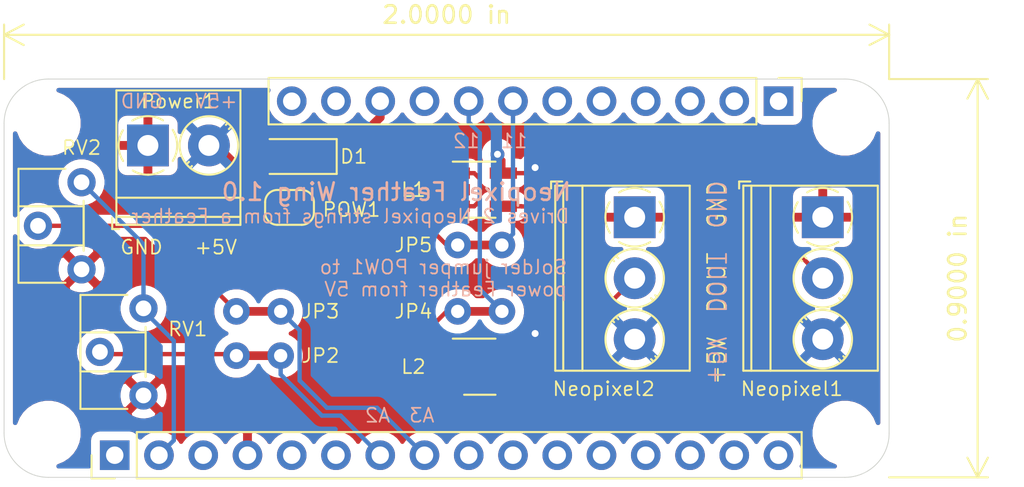
<source format=kicad_pcb>
(kicad_pcb (version 20190331) (host pcbnew "(5.1.0-386-g7ed01aa4f)")

  (general
    (thickness 1.6)
    (drawings 21)
    (tracks 74)
    (modules 19)
    (nets 16)
  )

  (page "A4")
  (layers
    (0 "F.Cu" signal)
    (31 "B.Cu" signal)
    (32 "B.Adhes" user)
    (33 "F.Adhes" user)
    (34 "B.Paste" user)
    (35 "F.Paste" user)
    (36 "B.SilkS" user)
    (37 "F.SilkS" user)
    (38 "B.Mask" user)
    (39 "F.Mask" user)
    (40 "Dwgs.User" user)
    (41 "Cmts.User" user)
    (42 "Eco1.User" user)
    (43 "Eco2.User" user)
    (44 "Edge.Cuts" user)
    (45 "Margin" user)
    (46 "B.CrtYd" user)
    (47 "F.CrtYd" user)
    (48 "B.Fab" user)
    (49 "F.Fab" user hide)
  )

  (setup
    (last_trace_width 0.25)
    (trace_clearance 0.2)
    (zone_clearance 0.508)
    (zone_45_only no)
    (trace_min 0.2)
    (via_size 0.8)
    (via_drill 0.4)
    (via_min_size 0.4)
    (via_min_drill 0.3)
    (uvia_size 0.3)
    (uvia_drill 0.1)
    (uvias_allowed no)
    (uvia_min_size 0.2)
    (uvia_min_drill 0.1)
    (edge_width 0.05)
    (segment_width 0.2)
    (pcb_text_width 0.3)
    (pcb_text_size 1.5 1.5)
    (mod_edge_width 0.12)
    (mod_text_size 1 1)
    (mod_text_width 0.15)
    (pad_size 1.524 1.524)
    (pad_drill 0.762)
    (pad_to_mask_clearance 0.051)
    (solder_mask_min_width 0.25)
    (aux_axis_origin 0 0)
    (visible_elements FFFFFF7F)
    (pcbplotparams
      (layerselection 0x010fc_ffffffff)
      (usegerberextensions false)
      (usegerberattributes false)
      (usegerberadvancedattributes false)
      (creategerberjobfile false)
      (excludeedgelayer true)
      (linewidth 0.100000)
      (plotframeref false)
      (viasonmask false)
      (mode 1)
      (useauxorigin false)
      (hpglpennumber 1)
      (hpglpenspeed 20)
      (hpglpendiameter 15.000000)
      (psnegative false)
      (psa4output false)
      (plotreference true)
      (plotvalue true)
      (plotinvisibletext false)
      (padsonsilk false)
      (subtractmaskfromsilk false)
      (outputformat 1)
      (mirror false)
      (drillshape 0)
      (scaleselection 1)
      (outputdirectory "2019_June"))
  )

  (net 0 "")
  (net 1 "GND")
  (net 2 "+3V3")
  (net 3 "/usb")
  (net 4 "+5V")
  (net 5 "/d12")
  (net 6 "/d11")
  (net 7 "/a3")
  (net 8 "/a2")
  (net 9 "Net-(JP2-Pad1)")
  (net 10 "Net-(JP3-Pad1)")
  (net 11 "Net-(JP4-Pad1)")
  (net 12 "Net-(JP5-Pad1)")
  (net 13 "Net-(L1-Pad4)")
  (net 14 "Net-(L2-Pad4)")
  (net 15 "Net-(D?1561983536-Pad2)")

  (net_class "Default" "This is the default net class."
    (clearance 0.2)
    (trace_width 0.25)
    (via_dia 0.8)
    (via_drill 0.4)
    (uvia_dia 0.3)
    (uvia_drill 0.1)
    (add_net "+3V3")
    (add_net "/a2")
    (add_net "/a3")
    (add_net "/d11")
    (add_net "/d12")
    (add_net "GND")
    (add_net "Net-(D?1561983536-Pad2)")
    (add_net "Net-(JP2-Pad1)")
    (add_net "Net-(JP3-Pad1)")
    (add_net "Net-(JP4-Pad1)")
    (add_net "Net-(JP5-Pad1)")
    (add_net "Net-(L1-Pad4)")
    (add_net "Net-(L2-Pad4)")
  )

  (net_class "Power" ""
    (clearance 0.25)
    (trace_width 0.5)
    (via_dia 0.8)
    (via_drill 0.4)
    (uvia_dia 0.3)
    (uvia_drill 0.1)
    (add_net "+5V")
    (add_net "/usb")
  )

  (module "Diode_SMD:D_SOD-123F" (layer "F.Cu") (tedit 587F7769) (tstamp 5D19AD69)
    (at 16.891 -198.755 180)
    (descr "D_SOD-123F")
    (tags "D_SOD-123F")
    (path "/5D19FA30")
    (attr smd)
    (fp_text reference "D1" (at -3.175 0) (layer "F.SilkS")
      (effects (font (size 0.8 0.8) (thickness 0.1)))
    )
    (fp_text value "D" (at 0 2.1) (layer "F.Fab")
      (effects (font (size 1 1) (thickness 0.15)))
    )
    (fp_line (start -2.2 -1) (end 1.65 -1) (layer "F.SilkS") (width 0.12))
    (fp_line (start -2.2 1) (end 1.65 1) (layer "F.SilkS") (width 0.12))
    (fp_line (start -2.2 -1.15) (end -2.2 1.15) (layer "F.CrtYd") (width 0.05))
    (fp_line (start 2.2 1.15) (end -2.2 1.15) (layer "F.CrtYd") (width 0.05))
    (fp_line (start 2.2 -1.15) (end 2.2 1.15) (layer "F.CrtYd") (width 0.05))
    (fp_line (start -2.2 -1.15) (end 2.2 -1.15) (layer "F.CrtYd") (width 0.05))
    (fp_line (start -1.4 -0.9) (end 1.4 -0.9) (layer "F.Fab") (width 0.1))
    (fp_line (start 1.4 -0.9) (end 1.4 0.9) (layer "F.Fab") (width 0.1))
    (fp_line (start 1.4 0.9) (end -1.4 0.9) (layer "F.Fab") (width 0.1))
    (fp_line (start -1.4 0.9) (end -1.4 -0.9) (layer "F.Fab") (width 0.1))
    (fp_line (start -0.75 0) (end -0.35 0) (layer "F.Fab") (width 0.1))
    (fp_line (start -0.35 0) (end -0.35 -0.55) (layer "F.Fab") (width 0.1))
    (fp_line (start -0.35 0) (end -0.35 0.55) (layer "F.Fab") (width 0.1))
    (fp_line (start -0.35 0) (end 0.25 -0.4) (layer "F.Fab") (width 0.1))
    (fp_line (start 0.25 -0.4) (end 0.25 0.4) (layer "F.Fab") (width 0.1))
    (fp_line (start 0.25 0.4) (end -0.35 0) (layer "F.Fab") (width 0.1))
    (fp_line (start 0.25 0) (end 0.75 0) (layer "F.Fab") (width 0.1))
    (fp_line (start -2.2 -1) (end -2.2 1) (layer "F.SilkS") (width 0.12))
    (fp_text user "%R" (at -0.127 -1.905) (layer "F.Fab")
      (effects (font (size 1 1) (thickness 0.15)))
    )
    (pad "2" smd rect (at 1.4 0 180) (size 1.1 1.1) (layers "F.Cu" "F.Paste" "F.Mask")
      (net 15 "Net-(D?1561983536-Pad2)"))
    (pad "1" smd rect (at -1.4 0 180) (size 1.1 1.1) (layers "F.Cu" "F.Paste" "F.Mask")
      (net 3 "/usb"))
    (model "${KISYS3DMOD}/Diode_SMD.3dshapes/D_SOD-123F.wrl"
      (at (xyz 0 0 0))
      (scale (xyz 1 1 1))
      (rotate (xyz 0 0 0))
    )
  )

  (module "Package_TO_SOT_SMD:SOT-23-5_HandSoldering" (layer "F.Cu") (tedit 5A0AB76C) (tstamp 5D1946D5)
    (at 27.305 -196.85)
    (descr "5-pin SOT23 package")
    (tags "SOT-23-5 hand-soldering")
    (path "/5D1C9BF0")
    (attr smd)
    (fp_text reference "L1" (at -3.81 0) (layer "F.SilkS")
      (effects (font (size 0.8 0.8) (thickness 0.1)))
    )
    (fp_text value "74AHCT1G125" (at 0 2.9) (layer "F.Fab")
      (effects (font (size 1 1) (thickness 0.15)))
    )
    (fp_line (start 2.38 1.8) (end -2.38 1.8) (layer "F.CrtYd") (width 0.05))
    (fp_line (start 2.38 1.8) (end 2.38 -1.8) (layer "F.CrtYd") (width 0.05))
    (fp_line (start -2.38 -1.8) (end -2.38 1.8) (layer "F.CrtYd") (width 0.05))
    (fp_line (start -2.38 -1.8) (end 2.38 -1.8) (layer "F.CrtYd") (width 0.05))
    (fp_line (start 0.9 -1.55) (end 0.9 1.55) (layer "F.Fab") (width 0.1))
    (fp_line (start 0.9 1.55) (end -0.9 1.55) (layer "F.Fab") (width 0.1))
    (fp_line (start -0.9 -0.9) (end -0.9 1.55) (layer "F.Fab") (width 0.1))
    (fp_line (start 0.9 -1.55) (end -0.25 -1.55) (layer "F.Fab") (width 0.1))
    (fp_line (start -0.9 -0.9) (end -0.25 -1.55) (layer "F.Fab") (width 0.1))
    (fp_line (start 0.9 -1.61) (end -1.55 -1.61) (layer "F.SilkS") (width 0.12))
    (fp_line (start -0.9 1.61) (end 0.9 1.61) (layer "F.SilkS") (width 0.12))
    (fp_text user "%R" (at 0 0 90) (layer "F.Fab")
      (effects (font (size 0.5 0.5) (thickness 0.075)))
    )
    (pad "5" smd rect (at 1.35 -0.95) (size 1.56 0.65) (layers "F.Cu" "F.Paste" "F.Mask")
      (net 4 "+5V"))
    (pad "4" smd rect (at 1.35 0.95) (size 1.56 0.65) (layers "F.Cu" "F.Paste" "F.Mask")
      (net 13 "Net-(L1-Pad4)"))
    (pad "3" smd rect (at -1.35 0.95) (size 1.56 0.65) (layers "F.Cu" "F.Paste" "F.Mask")
      (net 1 "GND"))
    (pad "2" smd rect (at -1.35 0) (size 1.56 0.65) (layers "F.Cu" "F.Paste" "F.Mask")
      (net 12 "Net-(JP5-Pad1)"))
    (pad "1" smd rect (at -1.35 -0.95) (size 1.56 0.65) (layers "F.Cu" "F.Paste" "F.Mask")
      (net 1 "GND"))
    (model "${KISYS3DMOD}/Package_TO_SOT_SMD.3dshapes/SOT-23-5.wrl"
      (at (xyz 0 0 0))
      (scale (xyz 1 1 1))
      (rotate (xyz 0 0 0))
    )
  )

  (module "Package_TO_SOT_SMD:SOT-23-5_HandSoldering" (layer "F.Cu") (tedit 5A0AB76C) (tstamp 5D1946C0)
    (at 27.305 -186.69)
    (descr "5-pin SOT23 package")
    (tags "SOT-23-5 hand-soldering")
    (path "/5D1C4336")
    (attr smd)
    (fp_text reference "L2" (at -3.81 0) (layer "F.SilkS")
      (effects (font (size 0.8 0.8) (thickness 0.1)))
    )
    (fp_text value "74AHCT1G125" (at 0 2.9) (layer "F.Fab")
      (effects (font (size 1 1) (thickness 0.15)))
    )
    (fp_line (start 2.38 1.8) (end -2.38 1.8) (layer "F.CrtYd") (width 0.05))
    (fp_line (start 2.38 1.8) (end 2.38 -1.8) (layer "F.CrtYd") (width 0.05))
    (fp_line (start -2.38 -1.8) (end -2.38 1.8) (layer "F.CrtYd") (width 0.05))
    (fp_line (start -2.38 -1.8) (end 2.38 -1.8) (layer "F.CrtYd") (width 0.05))
    (fp_line (start 0.9 -1.55) (end 0.9 1.55) (layer "F.Fab") (width 0.1))
    (fp_line (start 0.9 1.55) (end -0.9 1.55) (layer "F.Fab") (width 0.1))
    (fp_line (start -0.9 -0.9) (end -0.9 1.55) (layer "F.Fab") (width 0.1))
    (fp_line (start 0.9 -1.55) (end -0.25 -1.55) (layer "F.Fab") (width 0.1))
    (fp_line (start -0.9 -0.9) (end -0.25 -1.55) (layer "F.Fab") (width 0.1))
    (fp_line (start 0.9 -1.61) (end -1.55 -1.61) (layer "F.SilkS") (width 0.12))
    (fp_line (start -0.9 1.61) (end 0.9 1.61) (layer "F.SilkS") (width 0.12))
    (fp_text user "%R" (at 0 0 90) (layer "F.Fab")
      (effects (font (size 0.5 0.5) (thickness 0.075)))
    )
    (pad "5" smd rect (at 1.35 -0.95) (size 1.56 0.65) (layers "F.Cu" "F.Paste" "F.Mask")
      (net 4 "+5V"))
    (pad "4" smd rect (at 1.35 0.95) (size 1.56 0.65) (layers "F.Cu" "F.Paste" "F.Mask")
      (net 14 "Net-(L2-Pad4)"))
    (pad "3" smd rect (at -1.35 0.95) (size 1.56 0.65) (layers "F.Cu" "F.Paste" "F.Mask")
      (net 1 "GND"))
    (pad "2" smd rect (at -1.35 0) (size 1.56 0.65) (layers "F.Cu" "F.Paste" "F.Mask")
      (net 11 "Net-(JP4-Pad1)"))
    (pad "1" smd rect (at -1.35 -0.95) (size 1.56 0.65) (layers "F.Cu" "F.Paste" "F.Mask")
      (net 1 "GND"))
    (model "${KISYS3DMOD}/Package_TO_SOT_SMD.3dshapes/SOT-23-5.wrl"
      (at (xyz 0 0 0))
      (scale (xyz 1 1 1))
      (rotate (xyz 0 0 0))
    )
  )

  (module "TerminalBlock_Phoenix:TerminalBlock_Phoenix_PT-1,5-2-3.5-H_1x02_P3.50mm_Horizontal" (layer "F.Cu") (tedit 5B294F3F) (tstamp 5D1932E6)
    (at 8.255 -199.39)
    (descr "Terminal Block Phoenix PT-1,5-2-3.5-H, 2 pins, pitch 3.5mm, size 7x7.6mm^2, drill diamater 1.2mm, pad diameter 2.4mm, see , script-generated using https://github.com/pointhi/kicad-footprint-generator/scripts/TerminalBlock_Phoenix")
    (tags "THT Terminal Block Phoenix PT-1,5-2-3.5-H pitch 3.5mm size 7x7.6mm^2 drill 1.2mm pad 2.4mm")
    (path "/5D19FC3A")
    (fp_text reference "Power1" (at 1.75 -2.54) (layer "F.SilkS")
      (effects (font (size 0.8 0.8) (thickness 0.1)))
    )
    (fp_text value "Screw_Terminal_01x02" (at 1.75 5.56) (layer "F.Fab")
      (effects (font (size 1 1) (thickness 0.15)))
    )
    (fp_text user "%R" (at 1.75 2.4) (layer "F.Fab")
      (effects (font (size 1 1) (thickness 0.15)))
    )
    (fp_line (start 5.75 -3.6) (end -2.25 -3.6) (layer "F.CrtYd") (width 0.05))
    (fp_line (start 5.75 5) (end 5.75 -3.6) (layer "F.CrtYd") (width 0.05))
    (fp_line (start -2.25 5) (end 5.75 5) (layer "F.CrtYd") (width 0.05))
    (fp_line (start -2.25 -3.6) (end -2.25 5) (layer "F.CrtYd") (width 0.05))
    (fp_line (start -2.05 4.8) (end -1.65 4.8) (layer "F.SilkS") (width 0.12))
    (fp_line (start -2.05 4.16) (end -2.05 4.8) (layer "F.SilkS") (width 0.12))
    (fp_line (start 2.355 0.941) (end 2.226 1.069) (layer "F.SilkS") (width 0.12))
    (fp_line (start 4.57 -1.275) (end 4.476 -1.181) (layer "F.SilkS") (width 0.12))
    (fp_line (start 2.525 1.181) (end 2.431 1.274) (layer "F.SilkS") (width 0.12))
    (fp_line (start 4.775 -1.069) (end 4.646 -0.941) (layer "F.SilkS") (width 0.12))
    (fp_line (start 4.455 -1.138) (end 2.363 0.955) (layer "F.Fab") (width 0.1))
    (fp_line (start 4.638 -0.955) (end 2.546 1.138) (layer "F.Fab") (width 0.1))
    (fp_line (start 0.955 -1.138) (end -1.138 0.955) (layer "F.Fab") (width 0.1))
    (fp_line (start 1.138 -0.955) (end -0.955 1.138) (layer "F.Fab") (width 0.1))
    (fp_line (start 5.31 -3.16) (end 5.31 4.56) (layer "F.SilkS") (width 0.12))
    (fp_line (start -1.81 -3.16) (end -1.81 4.56) (layer "F.SilkS") (width 0.12))
    (fp_line (start -1.81 4.56) (end 5.31 4.56) (layer "F.SilkS") (width 0.12))
    (fp_line (start -1.81 -3.16) (end 5.31 -3.16) (layer "F.SilkS") (width 0.12))
    (fp_line (start -1.81 3) (end 5.31 3) (layer "F.SilkS") (width 0.12))
    (fp_line (start -1.75 3) (end 5.25 3) (layer "F.Fab") (width 0.1))
    (fp_line (start -1.81 4.1) (end 5.31 4.1) (layer "F.SilkS") (width 0.12))
    (fp_line (start -1.75 4.1) (end 5.25 4.1) (layer "F.Fab") (width 0.1))
    (fp_line (start -1.75 4.1) (end -1.75 -3.1) (layer "F.Fab") (width 0.1))
    (fp_line (start -1.35 4.5) (end -1.75 4.1) (layer "F.Fab") (width 0.1))
    (fp_line (start 5.25 4.5) (end -1.35 4.5) (layer "F.Fab") (width 0.1))
    (fp_line (start 5.25 -3.1) (end 5.25 4.5) (layer "F.Fab") (width 0.1))
    (fp_line (start -1.75 -3.1) (end 5.25 -3.1) (layer "F.Fab") (width 0.1))
    (fp_circle (center 3.5 0) (end 5.18 0) (layer "F.SilkS") (width 0.12))
    (fp_circle (center 3.5 0) (end 5 0) (layer "F.Fab") (width 0.1))
    (fp_circle (center 0 0) (end 1.5 0) (layer "F.Fab") (width 0.1))
    (fp_arc (start 0 0) (end -0.866 1.44) (angle -32) (layer "F.SilkS") (width 0.12))
    (fp_arc (start 0 0) (end -1.44 -0.866) (angle -63) (layer "F.SilkS") (width 0.12))
    (fp_arc (start 0 0) (end 0.866 -1.44) (angle -63) (layer "F.SilkS") (width 0.12))
    (fp_arc (start 0 0) (end 1.425 0.891) (angle -64) (layer "F.SilkS") (width 0.12))
    (fp_arc (start 0 0) (end 0 1.68) (angle -32) (layer "F.SilkS") (width 0.12))
    (pad "2" thru_hole circle (at 3.5 0) (size 2.4 2.4) (drill 1.2) (layers *.Cu *.Mask)
      (net 4 "+5V"))
    (pad "1" thru_hole rect (at 0 0) (size 2.4 2.4) (drill 1.2) (layers *.Cu *.Mask)
      (net 1 "GND"))
    (model "${KISYS3DMOD}/TerminalBlock_Phoenix.3dshapes/TerminalBlock_Phoenix_PT-1,5-2-3.5-H_1x02_P3.50mm_Horizontal.wrl"
      (at (xyz 0 0 0))
      (scale (xyz 1 1 1))
      (rotate (xyz 0 0 0))
    )
  )

  (module "TerminalBlock_Phoenix:TerminalBlock_Phoenix_PT-1,5-3-3.5-H_1x03_P3.50mm_Horizontal" (layer "F.Cu") (tedit 5B294F3F) (tstamp 5D1932BC)
    (at 36.195 -195.27 270)
    (descr "Terminal Block Phoenix PT-1,5-3-3.5-H, 3 pins, pitch 3.5mm, size 10.5x7.6mm^2, drill diamater 1.2mm, pad diameter 2.4mm, see , script-generated using https://github.com/pointhi/kicad-footprint-generator/scripts/TerminalBlock_Phoenix")
    (tags "THT Terminal Block Phoenix PT-1,5-3-3.5-H pitch 3.5mm size 10.5x7.6mm^2 drill 1.2mm pad 2.4mm")
    (path "/5D1A5328")
    (fp_text reference "Neopixel2" (at 9.85 1.778 180) (layer "F.SilkS")
      (effects (font (size 0.8 0.8) (thickness 0.1)))
    )
    (fp_text value "Screw_Terminal_01x03" (at 3.5 5.56 90) (layer "F.Fab")
      (effects (font (size 1 1) (thickness 0.15)))
    )
    (fp_text user "%R" (at 3.5 2.4 90) (layer "F.Fab")
      (effects (font (size 1 1) (thickness 0.15)))
    )
    (fp_line (start 9.25 -3.6) (end -2.25 -3.6) (layer "F.CrtYd") (width 0.05))
    (fp_line (start 9.25 5) (end 9.25 -3.6) (layer "F.CrtYd") (width 0.05))
    (fp_line (start -2.25 5) (end 9.25 5) (layer "F.CrtYd") (width 0.05))
    (fp_line (start -2.25 -3.6) (end -2.25 5) (layer "F.CrtYd") (width 0.05))
    (fp_line (start -2.05 4.8) (end -1.65 4.8) (layer "F.SilkS") (width 0.12))
    (fp_line (start -2.05 4.16) (end -2.05 4.8) (layer "F.SilkS") (width 0.12))
    (fp_line (start 5.855 0.941) (end 5.726 1.069) (layer "F.SilkS") (width 0.12))
    (fp_line (start 8.07 -1.275) (end 7.976 -1.181) (layer "F.SilkS") (width 0.12))
    (fp_line (start 6.025 1.181) (end 5.931 1.274) (layer "F.SilkS") (width 0.12))
    (fp_line (start 8.275 -1.069) (end 8.146 -0.941) (layer "F.SilkS") (width 0.12))
    (fp_line (start 7.955 -1.138) (end 5.863 0.955) (layer "F.Fab") (width 0.1))
    (fp_line (start 8.138 -0.955) (end 6.046 1.138) (layer "F.Fab") (width 0.1))
    (fp_line (start 2.355 0.941) (end 2.226 1.069) (layer "F.SilkS") (width 0.12))
    (fp_line (start 4.57 -1.275) (end 4.476 -1.181) (layer "F.SilkS") (width 0.12))
    (fp_line (start 2.525 1.181) (end 2.431 1.274) (layer "F.SilkS") (width 0.12))
    (fp_line (start 4.775 -1.069) (end 4.646 -0.941) (layer "F.SilkS") (width 0.12))
    (fp_line (start 4.455 -1.138) (end 2.363 0.955) (layer "F.Fab") (width 0.1))
    (fp_line (start 4.638 -0.955) (end 2.546 1.138) (layer "F.Fab") (width 0.1))
    (fp_line (start 0.955 -1.138) (end -1.138 0.955) (layer "F.Fab") (width 0.1))
    (fp_line (start 1.138 -0.955) (end -0.955 1.138) (layer "F.Fab") (width 0.1))
    (fp_line (start 8.81 -3.16) (end 8.81 4.56) (layer "F.SilkS") (width 0.12))
    (fp_line (start -1.81 -3.16) (end -1.81 4.56) (layer "F.SilkS") (width 0.12))
    (fp_line (start -1.81 4.56) (end 8.81 4.56) (layer "F.SilkS") (width 0.12))
    (fp_line (start -1.81 -3.16) (end 8.81 -3.16) (layer "F.SilkS") (width 0.12))
    (fp_line (start -1.81 3) (end 8.81 3) (layer "F.SilkS") (width 0.12))
    (fp_line (start -1.75 3) (end 8.75 3) (layer "F.Fab") (width 0.1))
    (fp_line (start -1.81 4.1) (end 8.81 4.1) (layer "F.SilkS") (width 0.12))
    (fp_line (start -1.75 4.1) (end 8.75 4.1) (layer "F.Fab") (width 0.1))
    (fp_line (start -1.75 4.1) (end -1.75 -3.1) (layer "F.Fab") (width 0.1))
    (fp_line (start -1.35 4.5) (end -1.75 4.1) (layer "F.Fab") (width 0.1))
    (fp_line (start 8.75 4.5) (end -1.35 4.5) (layer "F.Fab") (width 0.1))
    (fp_line (start 8.75 -3.1) (end 8.75 4.5) (layer "F.Fab") (width 0.1))
    (fp_line (start -1.75 -3.1) (end 8.75 -3.1) (layer "F.Fab") (width 0.1))
    (fp_circle (center 7 0) (end 8.68 0) (layer "F.SilkS") (width 0.12))
    (fp_circle (center 7 0) (end 8.5 0) (layer "F.Fab") (width 0.1))
    (fp_circle (center 3.5 0) (end 5.18 0) (layer "F.SilkS") (width 0.12))
    (fp_circle (center 3.5 0) (end 5 0) (layer "F.Fab") (width 0.1))
    (fp_circle (center 0 0) (end 1.5 0) (layer "F.Fab") (width 0.1))
    (fp_arc (start 0 0) (end -0.866 1.44) (angle -32) (layer "F.SilkS") (width 0.12))
    (fp_arc (start 0 0) (end -1.44 -0.866) (angle -63) (layer "F.SilkS") (width 0.12))
    (fp_arc (start 0 0) (end 0.866 -1.44) (angle -63) (layer "F.SilkS") (width 0.12))
    (fp_arc (start 0 0) (end 1.425 0.891) (angle -64) (layer "F.SilkS") (width 0.12))
    (fp_arc (start 0 0) (end 0 1.68) (angle -32) (layer "F.SilkS") (width 0.12))
    (pad "3" thru_hole circle (at 7 0 270) (size 2.4 2.4) (drill 1.2) (layers *.Cu *.Mask)
      (net 4 "+5V"))
    (pad "2" thru_hole circle (at 3.5 0 270) (size 2.4 2.4) (drill 1.2) (layers *.Cu *.Mask)
      (net 14 "Net-(L2-Pad4)"))
    (pad "1" thru_hole rect (at 0 0 270) (size 2.4 2.4) (drill 1.2) (layers *.Cu *.Mask)
      (net 1 "GND"))
    (model "${KISYS3DMOD}/TerminalBlock_Phoenix.3dshapes/TerminalBlock_Phoenix_PT-1,5-3-3.5-H_1x03_P3.50mm_Horizontal.wrl"
      (at (xyz 0 0 0))
      (scale (xyz 1 1 1))
      (rotate (xyz 0 0 0))
    )
  )

  (module "FeatherShifter:Jumper2PinTHT" (layer "F.Cu") (tedit 5D18D653) (tstamp 5D193257)
    (at 26.035 -193.675)
    (path "/5D1B76AC")
    (fp_text reference "JP5" (at -2.54 0) (layer "F.SilkS")
      (effects (font (size 0.8 0.8) (thickness 0.1)))
    )
    (fp_text value "Jumper" (at 0 -2.5) (layer "F.Fab")
      (effects (font (size 1 1) (thickness 0.15)))
    )
    (fp_text user "Cut to rewire" (at 4.445 1.905) (layer "F.SilkS") hide
      (effects (font (size 1 1) (thickness 0.15)))
    )
    (fp_line (start 2.5 0) (end 0 0) (layer "F.Cu") (width 0.12))
    (fp_line (start 0 0) (end 2.5 0) (layer "F.Cu") (width 0.5))
    (pad "2" thru_hole circle (at 2.54 0) (size 1.524 1.524) (drill 0.762) (layers *.Cu *.Mask)
      (net 6 "/d11"))
    (pad "1" thru_hole circle (at 0 0) (size 1.524 1.524) (drill 0.762) (layers *.Cu *.Mask)
      (net 12 "Net-(JP5-Pad1)"))
  )

  (module "FeatherShifter:Jumper2PinTHT" (layer "F.Cu") (tedit 5D18D653) (tstamp 5D19324E)
    (at 26.035 -189.865)
    (path "/5D1B7DC9")
    (fp_text reference "JP4" (at -2.54 0) (layer "F.SilkS")
      (effects (font (size 0.8 0.8) (thickness 0.1)))
    )
    (fp_text value "Jumper" (at 0 -2.5) (layer "F.Fab")
      (effects (font (size 1 1) (thickness 0.15)))
    )
    (fp_text user "Cut to rewire" (at 4.405 1.905) (layer "F.SilkS") hide
      (effects (font (size 1 1) (thickness 0.15)))
    )
    (fp_line (start 2.5 0) (end 0 0) (layer "F.Cu") (width 0.12))
    (fp_line (start 0 0) (end 2.5 0) (layer "F.Cu") (width 0.5))
    (pad "2" thru_hole circle (at 2.54 0) (size 1.524 1.524) (drill 0.762) (layers *.Cu *.Mask)
      (net 5 "/d12"))
    (pad "1" thru_hole circle (at 0 0) (size 1.524 1.524) (drill 0.762) (layers *.Cu *.Mask)
      (net 11 "Net-(JP4-Pad1)"))
  )

  (module "FeatherShifter:Jumper2PinTHT" (layer "F.Cu") (tedit 5D18D653) (tstamp 5D193245)
    (at 13.335 -189.865)
    (path "/5D1AC558")
    (fp_text reference "JP3" (at 4.826 0) (layer "F.SilkS")
      (effects (font (size 0.8 0.8) (thickness 0.1)))
    )
    (fp_text value "Jumper" (at 0 -2.5) (layer "F.Fab")
      (effects (font (size 1 1) (thickness 0.15)))
    )
    (fp_text user "Cut to rewire" (at 3.81 1.905) (layer "F.SilkS") hide
      (effects (font (size 1 1) (thickness 0.15)))
    )
    (fp_line (start 2.5 0) (end 0 0) (layer "F.Cu") (width 0.12))
    (fp_line (start 0 0) (end 2.5 0) (layer "F.Cu") (width 0.5))
    (pad "2" thru_hole circle (at 2.54 0) (size 1.524 1.524) (drill 0.762) (layers *.Cu *.Mask)
      (net 7 "/a3"))
    (pad "1" thru_hole circle (at 0 0) (size 1.524 1.524) (drill 0.762) (layers *.Cu *.Mask)
      (net 10 "Net-(JP3-Pad1)"))
  )

  (module "FeatherShifter:Jumper2PinTHT" (layer "F.Cu") (tedit 5D18D653) (tstamp 5D19323C)
    (at 13.335 -187.325)
    (path "/5D1AD1BD")
    (fp_text reference "JP2" (at 4.826 0) (layer "F.SilkS")
      (effects (font (size 0.8 0.8) (thickness 0.1)))
    )
    (fp_text value "Jumper" (at 0 -2.5) (layer "F.Fab")
      (effects (font (size 1 1) (thickness 0.15)))
    )
    (fp_text user "Cut to rewire" (at 3.81 1.905) (layer "F.SilkS") hide
      (effects (font (size 1 1) (thickness 0.15)))
    )
    (fp_line (start 2.5 0) (end 0 0) (layer "F.Cu") (width 0.12))
    (fp_line (start 0 0) (end 2.5 0) (layer "F.Cu") (width 0.5))
    (pad "2" thru_hole circle (at 2.54 0) (size 1.524 1.524) (drill 0.762) (layers *.Cu *.Mask)
      (net 8 "/a2"))
    (pad "1" thru_hole circle (at 0 0) (size 1.524 1.524) (drill 0.762) (layers *.Cu *.Mask)
      (net 9 "Net-(JP2-Pad1)"))
  )

  (module "Potentiometer_THT:Potentiometer_ACP_CA6-H2,5_Horizontal" (layer "F.Cu") (tedit 5A3D4994) (tstamp 5D192AB3)
    (at 4.445 -192.278 180)
    (descr "Potentiometer, horizontal, ACP CA6-H2,5, http://www.acptechnologies.com/wp-content/uploads/2017/06/01-ACP-CA6.pdf")
    (tags "Potentiometer horizontal ACP CA6-H2,5")
    (path "/5D191E37")
    (fp_text reference "RV2" (at 0 6.985) (layer "F.SilkS")
      (effects (font (size 0.8 0.8) (thickness 0.1)))
    )
    (fp_text value "R_POT" (at 0 7.06) (layer "F.Fab")
      (effects (font (size 1 1) (thickness 0.15)))
    )
    (fp_text user "%R" (at 1.75 2.5) (layer "F.Fab")
      (effects (font (size 0.78 0.78) (thickness 0.15)))
    )
    (fp_line (start 3.75 -1.1) (end -1.1 -1.1) (layer "F.CrtYd") (width 0.05))
    (fp_line (start 3.75 6.1) (end 3.75 -1.1) (layer "F.CrtYd") (width 0.05))
    (fp_line (start -1.1 6.1) (end 3.75 6.1) (layer "F.CrtYd") (width 0.05))
    (fp_line (start -1.1 -1.1) (end -1.1 6.1) (layer "F.CrtYd") (width 0.05))
    (fp_line (start 3.62 1.38) (end 3.62 3.62) (layer "F.SilkS") (width 0.12))
    (fp_line (start -0.121 1.38) (end -0.121 3.62) (layer "F.SilkS") (width 0.12))
    (fp_line (start -0.121 3.62) (end 3.62 3.62) (layer "F.SilkS") (width 0.12))
    (fp_line (start -0.121 1.38) (end 3.62 1.38) (layer "F.SilkS") (width 0.12))
    (fp_line (start -0.121 1.066) (end -0.121 3.935) (layer "F.SilkS") (width 0.12))
    (fp_line (start 3.62 -0.77) (end 3.62 5.77) (layer "F.SilkS") (width 0.12))
    (fp_line (start 0.925 5.77) (end 3.62 5.77) (layer "F.SilkS") (width 0.12))
    (fp_line (start 0.925 -0.77) (end 3.62 -0.77) (layer "F.SilkS") (width 0.12))
    (fp_line (start 3.5 1.5) (end 0 1.5) (layer "F.Fab") (width 0.1))
    (fp_line (start 3.5 3.5) (end 3.5 1.5) (layer "F.Fab") (width 0.1))
    (fp_line (start 0 3.5) (end 3.5 3.5) (layer "F.Fab") (width 0.1))
    (fp_line (start 0 1.5) (end 0 3.5) (layer "F.Fab") (width 0.1))
    (fp_line (start 0 -0.65) (end 3.5 -0.65) (layer "F.Fab") (width 0.1))
    (fp_line (start 0 5.65) (end 0 -0.65) (layer "F.Fab") (width 0.1))
    (fp_line (start 3.5 5.65) (end 0 5.65) (layer "F.Fab") (width 0.1))
    (fp_line (start 3.5 -0.65) (end 3.5 5.65) (layer "F.Fab") (width 0.1))
    (pad "1" thru_hole circle (at 0 0 180) (size 1.62 1.62) (drill 0.9) (layers *.Cu *.Mask)
      (net 1 "GND"))
    (pad "2" thru_hole circle (at 2.5 2.5 180) (size 1.62 1.62) (drill 0.9) (layers *.Cu *.Mask)
      (net 10 "Net-(JP3-Pad1)"))
    (pad "3" thru_hole circle (at 0 5 180) (size 1.62 1.62) (drill 0.9) (layers *.Cu *.Mask)
      (net 2 "+3V3"))
    (model "${KISYS3DMOD}/Potentiometer_THT.3dshapes/Potentiometer_ACP_CA6-H2,5_Horizontal.wrl"
      (at (xyz 0 0 0))
      (scale (xyz 1 1 1))
      (rotate (xyz 0 0 0))
    )
  )

  (module "Potentiometer_THT:Potentiometer_ACP_CA6-H2,5_Horizontal" (layer "F.Cu") (tedit 5A3D4994) (tstamp 5D192A97)
    (at 8.001 -185.039 180)
    (descr "Potentiometer, horizontal, ACP CA6-H2,5, http://www.acptechnologies.com/wp-content/uploads/2017/06/01-ACP-CA6.pdf")
    (tags "Potentiometer horizontal ACP CA6-H2,5")
    (path "/5D192724")
    (fp_text reference "RV1" (at -2.54 3.81 180) (layer "F.SilkS")
      (effects (font (size 0.8 0.8) (thickness 0.1)))
    )
    (fp_text value "R_POT" (at 0 7.06) (layer "F.Fab")
      (effects (font (size 1 1) (thickness 0.15)))
    )
    (fp_text user "%R" (at 1.75 2.5) (layer "F.Fab")
      (effects (font (size 0.78 0.78) (thickness 0.15)))
    )
    (fp_line (start 3.75 -1.1) (end -1.1 -1.1) (layer "F.CrtYd") (width 0.05))
    (fp_line (start 3.75 6.1) (end 3.75 -1.1) (layer "F.CrtYd") (width 0.05))
    (fp_line (start -1.1 6.1) (end 3.75 6.1) (layer "F.CrtYd") (width 0.05))
    (fp_line (start -1.1 -1.1) (end -1.1 6.1) (layer "F.CrtYd") (width 0.05))
    (fp_line (start 3.62 1.38) (end 3.62 3.62) (layer "F.SilkS") (width 0.12))
    (fp_line (start -0.121 1.38) (end -0.121 3.62) (layer "F.SilkS") (width 0.12))
    (fp_line (start -0.121 3.62) (end 3.62 3.62) (layer "F.SilkS") (width 0.12))
    (fp_line (start -0.121 1.38) (end 3.62 1.38) (layer "F.SilkS") (width 0.12))
    (fp_line (start -0.121 1.066) (end -0.121 3.935) (layer "F.SilkS") (width 0.12))
    (fp_line (start 3.62 -0.77) (end 3.62 5.77) (layer "F.SilkS") (width 0.12))
    (fp_line (start 0.925 5.77) (end 3.62 5.77) (layer "F.SilkS") (width 0.12))
    (fp_line (start 0.925 -0.77) (end 3.62 -0.77) (layer "F.SilkS") (width 0.12))
    (fp_line (start 3.5 1.5) (end 0 1.5) (layer "F.Fab") (width 0.1))
    (fp_line (start 3.5 3.5) (end 3.5 1.5) (layer "F.Fab") (width 0.1))
    (fp_line (start 0 3.5) (end 3.5 3.5) (layer "F.Fab") (width 0.1))
    (fp_line (start 0 1.5) (end 0 3.5) (layer "F.Fab") (width 0.1))
    (fp_line (start 0 -0.65) (end 3.5 -0.65) (layer "F.Fab") (width 0.1))
    (fp_line (start 0 5.65) (end 0 -0.65) (layer "F.Fab") (width 0.1))
    (fp_line (start 3.5 5.65) (end 0 5.65) (layer "F.Fab") (width 0.1))
    (fp_line (start 3.5 -0.65) (end 3.5 5.65) (layer "F.Fab") (width 0.1))
    (pad "1" thru_hole circle (at 0 0 180) (size 1.62 1.62) (drill 0.9) (layers *.Cu *.Mask)
      (net 1 "GND"))
    (pad "2" thru_hole circle (at 2.5 2.5 180) (size 1.62 1.62) (drill 0.9) (layers *.Cu *.Mask)
      (net 9 "Net-(JP2-Pad1)"))
    (pad "3" thru_hole circle (at 0 5 180) (size 1.62 1.62) (drill 0.9) (layers *.Cu *.Mask)
      (net 2 "+3V3"))
    (model "${KISYS3DMOD}/Potentiometer_THT.3dshapes/Potentiometer_ACP_CA6-H2,5_Horizontal.wrl"
      (at (xyz 0 0 0))
      (scale (xyz 1 1 1))
      (rotate (xyz 0 0 0))
    )
  )

  (module "Jumper:SolderJumper-2_P1.3mm_Open_RoundedPad1.0x1.5mm" (layer "F.Cu") (tedit 5B391E66) (tstamp 5D192A7B)
    (at 16.383 -195.834)
    (descr "SMD Solder Jumper, 1x1.5mm, rounded Pads, 0.3mm gap, open")
    (tags "solder jumper open")
    (path "/5D1982C4")
    (attr virtual)
    (fp_text reference "POW1" (at 3.556 0.127) (layer "F.SilkS")
      (effects (font (size 0.8 0.8) (thickness 0.1)))
    )
    (fp_text value "SolderJumper_2_Open" (at 0 1.9) (layer "F.Fab") hide
      (effects (font (size 1 1) (thickness 0.15)))
    )
    (fp_line (start 1.65 1.25) (end -1.65 1.25) (layer "F.CrtYd") (width 0.05))
    (fp_line (start 1.65 1.25) (end 1.65 -1.25) (layer "F.CrtYd") (width 0.05))
    (fp_line (start -1.65 -1.25) (end -1.65 1.25) (layer "F.CrtYd") (width 0.05))
    (fp_line (start -1.65 -1.25) (end 1.65 -1.25) (layer "F.CrtYd") (width 0.05))
    (fp_line (start -0.7 -1) (end 0.7 -1) (layer "F.SilkS") (width 0.12))
    (fp_line (start 1.4 -0.3) (end 1.4 0.3) (layer "F.SilkS") (width 0.12))
    (fp_line (start 0.7 1) (end -0.7 1) (layer "F.SilkS") (width 0.12))
    (fp_line (start -1.4 0.3) (end -1.4 -0.3) (layer "F.SilkS") (width 0.12))
    (fp_arc (start -0.7 -0.3) (end -0.7 -1) (angle -90) (layer "F.SilkS") (width 0.12))
    (fp_arc (start -0.7 0.3) (end -1.4 0.3) (angle -90) (layer "F.SilkS") (width 0.12))
    (fp_arc (start 0.7 0.3) (end 0.7 1) (angle -90) (layer "F.SilkS") (width 0.12))
    (fp_arc (start 0.7 -0.3) (end 1.4 -0.3) (angle -90) (layer "F.SilkS") (width 0.12))
    (pad "2" smd custom (at 0.65 0) (size 1 0.5) (layers "F.Cu" "F.Mask")
      (net 15 "Net-(D?1561983536-Pad2)") (zone_connect 0)
      (options (clearance outline) (anchor rect))
      (primitives
        (gr_circle (center 0 0.25) (end 0.5 0.25) (width 0))
        (gr_circle (center 0 -0.25) (end 0.5 -0.25) (width 0))
        (gr_poly (pts
           (xy 0 -0.75) (xy -0.5 -0.75) (xy -0.5 0.75) (xy 0 0.75)) (width 0))
      ))
    (pad "1" smd custom (at -0.65 0) (size 1 0.5) (layers "F.Cu" "F.Mask")
      (net 4 "+5V") (zone_connect 0)
      (options (clearance outline) (anchor rect))
      (primitives
        (gr_circle (center 0 0.25) (end 0.5 0.25) (width 0))
        (gr_circle (center 0 -0.25) (end 0.5 -0.25) (width 0))
        (gr_poly (pts
           (xy 0 -0.75) (xy 0.5 -0.75) (xy 0.5 0.75) (xy 0 0.75)) (width 0))
      ))
  )

  (module "TerminalBlock_Phoenix:TerminalBlock_Phoenix_PT-1,5-3-3.5-H_1x03_P3.50mm_Horizontal" (layer "F.Cu") (tedit 5B294F3F) (tstamp 5D192A69)
    (at 46.99 -195.27 270)
    (descr "Terminal Block Phoenix PT-1,5-3-3.5-H, 3 pins, pitch 3.5mm, size 10.5x7.6mm^2, drill diamater 1.2mm, pad diameter 2.4mm, see , script-generated using https://github.com/pointhi/kicad-footprint-generator/scripts/TerminalBlock_Phoenix")
    (tags "THT Terminal Block Phoenix PT-1,5-3-3.5-H pitch 3.5mm size 10.5x7.6mm^2 drill 1.2mm pad 2.4mm")
    (path "/5D18D2F1")
    (fp_text reference "Neopixel1" (at 9.85 1.778 180) (layer "F.SilkS")
      (effects (font (size 0.8 0.8) (thickness 0.1)))
    )
    (fp_text value "Screw_Terminal_01x03" (at 3.5 5.56 90) (layer "F.Fab")
      (effects (font (size 1 1) (thickness 0.15)))
    )
    (fp_text user "%R" (at 3.5 2.4 90) (layer "F.Fab")
      (effects (font (size 1 1) (thickness 0.15)))
    )
    (fp_line (start 9.25 -3.6) (end -2.25 -3.6) (layer "F.CrtYd") (width 0.05))
    (fp_line (start 9.25 5) (end 9.25 -3.6) (layer "F.CrtYd") (width 0.05))
    (fp_line (start -2.25 5) (end 9.25 5) (layer "F.CrtYd") (width 0.05))
    (fp_line (start -2.25 -3.6) (end -2.25 5) (layer "F.CrtYd") (width 0.05))
    (fp_line (start -2.05 4.8) (end -1.65 4.8) (layer "F.SilkS") (width 0.12))
    (fp_line (start -2.05 4.16) (end -2.05 4.8) (layer "F.SilkS") (width 0.12))
    (fp_line (start 5.855 0.941) (end 5.726 1.069) (layer "F.SilkS") (width 0.12))
    (fp_line (start 8.07 -1.275) (end 7.976 -1.181) (layer "F.SilkS") (width 0.12))
    (fp_line (start 6.025 1.181) (end 5.931 1.274) (layer "F.SilkS") (width 0.12))
    (fp_line (start 8.275 -1.069) (end 8.146 -0.941) (layer "F.SilkS") (width 0.12))
    (fp_line (start 7.955 -1.138) (end 5.863 0.955) (layer "F.Fab") (width 0.1))
    (fp_line (start 8.138 -0.955) (end 6.046 1.138) (layer "F.Fab") (width 0.1))
    (fp_line (start 2.355 0.941) (end 2.226 1.069) (layer "F.SilkS") (width 0.12))
    (fp_line (start 4.57 -1.275) (end 4.476 -1.181) (layer "F.SilkS") (width 0.12))
    (fp_line (start 2.525 1.181) (end 2.431 1.274) (layer "F.SilkS") (width 0.12))
    (fp_line (start 4.775 -1.069) (end 4.646 -0.941) (layer "F.SilkS") (width 0.12))
    (fp_line (start 4.455 -1.138) (end 2.363 0.955) (layer "F.Fab") (width 0.1))
    (fp_line (start 4.638 -0.955) (end 2.546 1.138) (layer "F.Fab") (width 0.1))
    (fp_line (start 0.955 -1.138) (end -1.138 0.955) (layer "F.Fab") (width 0.1))
    (fp_line (start 1.138 -0.955) (end -0.955 1.138) (layer "F.Fab") (width 0.1))
    (fp_line (start 8.81 -3.16) (end 8.81 4.56) (layer "F.SilkS") (width 0.12))
    (fp_line (start -1.81 -3.16) (end -1.81 4.56) (layer "F.SilkS") (width 0.12))
    (fp_line (start -1.81 4.56) (end 8.81 4.56) (layer "F.SilkS") (width 0.12))
    (fp_line (start -1.81 -3.16) (end 8.81 -3.16) (layer "F.SilkS") (width 0.12))
    (fp_line (start -1.81 3) (end 8.81 3) (layer "F.SilkS") (width 0.12))
    (fp_line (start -1.75 3) (end 8.75 3) (layer "F.Fab") (width 0.1))
    (fp_line (start -1.81 4.1) (end 8.81 4.1) (layer "F.SilkS") (width 0.12))
    (fp_line (start -1.75 4.1) (end 8.75 4.1) (layer "F.Fab") (width 0.1))
    (fp_line (start -1.75 4.1) (end -1.75 -3.1) (layer "F.Fab") (width 0.1))
    (fp_line (start -1.35 4.5) (end -1.75 4.1) (layer "F.Fab") (width 0.1))
    (fp_line (start 8.75 4.5) (end -1.35 4.5) (layer "F.Fab") (width 0.1))
    (fp_line (start 8.75 -3.1) (end 8.75 4.5) (layer "F.Fab") (width 0.1))
    (fp_line (start -1.75 -3.1) (end 8.75 -3.1) (layer "F.Fab") (width 0.1))
    (fp_circle (center 7 0) (end 8.68 0) (layer "F.SilkS") (width 0.12))
    (fp_circle (center 7 0) (end 8.5 0) (layer "F.Fab") (width 0.1))
    (fp_circle (center 3.5 0) (end 5.18 0) (layer "F.SilkS") (width 0.12))
    (fp_circle (center 3.5 0) (end 5 0) (layer "F.Fab") (width 0.1))
    (fp_circle (center 0 0) (end 1.5 0) (layer "F.Fab") (width 0.1))
    (fp_arc (start 0 0) (end -0.866 1.44) (angle -32) (layer "F.SilkS") (width 0.12))
    (fp_arc (start 0 0) (end -1.44 -0.866) (angle -63) (layer "F.SilkS") (width 0.12))
    (fp_arc (start 0 0) (end 0.866 -1.44) (angle -63) (layer "F.SilkS") (width 0.12))
    (fp_arc (start 0 0) (end 1.425 0.891) (angle -64) (layer "F.SilkS") (width 0.12))
    (fp_arc (start 0 0) (end 0 1.68) (angle -32) (layer "F.SilkS") (width 0.12))
    (pad "3" thru_hole circle (at 7 0 270) (size 2.4 2.4) (drill 1.2) (layers *.Cu *.Mask)
      (net 4 "+5V"))
    (pad "2" thru_hole circle (at 3.5 0 270) (size 2.4 2.4) (drill 1.2) (layers *.Cu *.Mask)
      (net 13 "Net-(L1-Pad4)"))
    (pad "1" thru_hole rect (at 0 0 270) (size 2.4 2.4) (drill 1.2) (layers *.Cu *.Mask)
      (net 1 "GND"))
    (model "${KISYS3DMOD}/TerminalBlock_Phoenix.3dshapes/TerminalBlock_Phoenix_PT-1,5-3-3.5-H_1x03_P3.50mm_Horizontal.wrl"
      (at (xyz 0 0 0))
      (scale (xyz 1 1 1))
      (rotate (xyz 0 0 0))
    )
  )

  (module "MountingHole:MountingHole_2.7mm_M2.5" (layer "F.Cu") (tedit 5D18C814) (tstamp 5D190E05)
    (at 48.26 -200.66)
    (descr "Mounting Hole 2.7mm, no annular, M2.5")
    (tags "mounting hole 2.7mm no annular m2.5")
    (path "/5D18F8ED")
    (attr virtual)
    (fp_text reference "H4" (at 0 -3.7) (layer "F.SilkS") hide
      (effects (font (size 1 1) (thickness 0.15)))
    )
    (fp_text value "MountingHole" (at 0 3.7) (layer "F.Fab")
      (effects (font (size 1 1) (thickness 0.15)))
    )
    (fp_circle (center 0 0) (end 2 0) (layer "F.CrtYd") (width 0.05))
    (fp_circle (center 0 0) (end 2.7 0) (layer "Cmts.User") (width 0.15))
    (fp_text user "%R" (at 0.3 0) (layer "F.Fab")
      (effects (font (size 1 1) (thickness 0.15)))
    )
    (pad "1" np_thru_hole circle (at 0 0) (size 2.7 2.7) (drill 2.7) (layers *.Cu *.Mask))
  )

  (module "MountingHole:MountingHole_2.7mm_M2.5" (layer "F.Cu") (tedit 5D18C814) (tstamp 5D190DFD)
    (at 48.26 -182.88)
    (descr "Mounting Hole 2.7mm, no annular, M2.5")
    (tags "mounting hole 2.7mm no annular m2.5")
    (path "/5D18FC88")
    (attr virtual)
    (fp_text reference "H3" (at 0 3.81) (layer "F.SilkS") hide
      (effects (font (size 1 1) (thickness 0.15)))
    )
    (fp_text value "MountingHole" (at 0 3.7) (layer "F.Fab")
      (effects (font (size 1 1) (thickness 0.15)))
    )
    (fp_circle (center 0 0) (end 2 0) (layer "F.CrtYd") (width 0.05))
    (fp_circle (center 0 0) (end 2.7 0) (layer "Cmts.User") (width 0.15))
    (fp_text user "%R" (at 0.3 0) (layer "F.Fab")
      (effects (font (size 1 1) (thickness 0.15)))
    )
    (pad "1" np_thru_hole circle (at 0 0) (size 2.7 2.7) (drill 2.7) (layers *.Cu *.Mask))
  )

  (module "MountingHole:MountingHole_2.7mm_M2.5" (layer "F.Cu") (tedit 5D18C814) (tstamp 5D190DF5)
    (at 2.54 -182.88)
    (descr "Mounting Hole 2.7mm, no annular, M2.5")
    (tags "mounting hole 2.7mm no annular m2.5")
    (path "/5D190365")
    (attr virtual)
    (fp_text reference "H2" (at 0 3.81) (layer "F.SilkS") hide
      (effects (font (size 1 1) (thickness 0.15)))
    )
    (fp_text value "MountingHole" (at 0 3.7) (layer "F.Fab")
      (effects (font (size 1 1) (thickness 0.15)))
    )
    (fp_circle (center 0 0) (end 2 0) (layer "F.CrtYd") (width 0.05))
    (fp_circle (center 0 0) (end 2.7 0) (layer "Cmts.User") (width 0.15))
    (fp_text user "%R" (at 0.3 0) (layer "F.Fab")
      (effects (font (size 1 1) (thickness 0.15)))
    )
    (pad "1" np_thru_hole circle (at 0 0) (size 2.7 2.7) (drill 2.7) (layers *.Cu *.Mask))
  )

  (module "MountingHole:MountingHole_2.7mm_M2.5" (layer "F.Cu") (tedit 5D18C814) (tstamp 5D190EB9)
    (at 2.54 -200.66)
    (descr "Mounting Hole 2.7mm, no annular, M2.5")
    (tags "mounting hole 2.7mm no annular m2.5")
    (path "/5D1905E0")
    (attr virtual)
    (fp_text reference "H1" (at 0 -3.7) (layer "F.SilkS") hide
      (effects (font (size 1 1) (thickness 0.15)))
    )
    (fp_text value "MountingHole" (at 0 3.7) (layer "F.Fab")
      (effects (font (size 1 1) (thickness 0.15)))
    )
    (fp_circle (center 0 0) (end 2 0) (layer "F.CrtYd") (width 0.05))
    (fp_circle (center 0 0) (end 2.7 0) (layer "Cmts.User") (width 0.15))
    (fp_text user "%R" (at 0.3 0) (layer "F.Fab")
      (effects (font (size 1 1) (thickness 0.15)))
    )
    (pad "1" np_thru_hole circle (at 0 0) (size 2.7 2.7) (drill 2.7) (layers *.Cu *.Mask))
  )

  (module "Connector_PinHeader_2.54mm:PinHeader_1x16_P2.54mm_Vertical" (layer "F.Cu") (tedit 59FED5CC) (tstamp 5D190E49)
    (at 6.35 -181.61 90)
    (descr "Through hole straight pin header, 1x16, 2.54mm pitch, single row")
    (tags "Through hole pin header THT 1x16 2.54mm single row")
    (path "/5D18C1C3")
    (fp_text reference "J2" (at 2.54 0 180) (layer "F.SilkS") hide
      (effects (font (size 0.8 0.8) (thickness 0.1)))
    )
    (fp_text value "Conn_01x16" (at 0 40.43 90) (layer "F.Fab")
      (effects (font (size 1 1) (thickness 0.15)))
    )
    (fp_text user "%R" (at 0 19.05) (layer "F.Fab")
      (effects (font (size 1 1) (thickness 0.15)))
    )
    (fp_line (start 1.8 -1.8) (end -1.8 -1.8) (layer "F.CrtYd") (width 0.05))
    (fp_line (start 1.8 39.9) (end 1.8 -1.8) (layer "F.CrtYd") (width 0.05))
    (fp_line (start -1.8 39.9) (end 1.8 39.9) (layer "F.CrtYd") (width 0.05))
    (fp_line (start -1.8 -1.8) (end -1.8 39.9) (layer "F.CrtYd") (width 0.05))
    (fp_line (start -1.33 -1.33) (end 0 -1.33) (layer "F.SilkS") (width 0.12))
    (fp_line (start -1.33 0) (end -1.33 -1.33) (layer "F.SilkS") (width 0.12))
    (fp_line (start -1.33 1.27) (end 1.33 1.27) (layer "F.SilkS") (width 0.12))
    (fp_line (start 1.33 1.27) (end 1.33 39.43) (layer "F.SilkS") (width 0.12))
    (fp_line (start -1.33 1.27) (end -1.33 39.43) (layer "F.SilkS") (width 0.12))
    (fp_line (start -1.33 39.43) (end 1.33 39.43) (layer "F.SilkS") (width 0.12))
    (fp_line (start -1.27 -0.635) (end -0.635 -1.27) (layer "F.Fab") (width 0.1))
    (fp_line (start -1.27 39.37) (end -1.27 -0.635) (layer "F.Fab") (width 0.1))
    (fp_line (start 1.27 39.37) (end -1.27 39.37) (layer "F.Fab") (width 0.1))
    (fp_line (start 1.27 -1.27) (end 1.27 39.37) (layer "F.Fab") (width 0.1))
    (fp_line (start -0.635 -1.27) (end 1.27 -1.27) (layer "F.Fab") (width 0.1))
    (pad "16" thru_hole oval (at 0 38.1 90) (size 1.7 1.7) (drill 1) (layers *.Cu *.Mask))
    (pad "15" thru_hole oval (at 0 35.56 90) (size 1.7 1.7) (drill 1) (layers *.Cu *.Mask))
    (pad "14" thru_hole oval (at 0 33.02 90) (size 1.7 1.7) (drill 1) (layers *.Cu *.Mask))
    (pad "13" thru_hole oval (at 0 30.48 90) (size 1.7 1.7) (drill 1) (layers *.Cu *.Mask))
    (pad "12" thru_hole oval (at 0 27.94 90) (size 1.7 1.7) (drill 1) (layers *.Cu *.Mask))
    (pad "11" thru_hole oval (at 0 25.4 90) (size 1.7 1.7) (drill 1) (layers *.Cu *.Mask))
    (pad "10" thru_hole oval (at 0 22.86 90) (size 1.7 1.7) (drill 1) (layers *.Cu *.Mask))
    (pad "9" thru_hole oval (at 0 20.32 90) (size 1.7 1.7) (drill 1) (layers *.Cu *.Mask))
    (pad "8" thru_hole oval (at 0 17.78 90) (size 1.7 1.7) (drill 1) (layers *.Cu *.Mask)
      (net 7 "/a3"))
    (pad "7" thru_hole oval (at 0 15.24 90) (size 1.7 1.7) (drill 1) (layers *.Cu *.Mask)
      (net 8 "/a2"))
    (pad "6" thru_hole oval (at 0 12.7 90) (size 1.7 1.7) (drill 1) (layers *.Cu *.Mask))
    (pad "5" thru_hole oval (at 0 10.16 90) (size 1.7 1.7) (drill 1) (layers *.Cu *.Mask))
    (pad "4" thru_hole oval (at 0 7.62 90) (size 1.7 1.7) (drill 1) (layers *.Cu *.Mask)
      (net 1 "GND"))
    (pad "3" thru_hole oval (at 0 5.08 90) (size 1.7 1.7) (drill 1) (layers *.Cu *.Mask))
    (pad "2" thru_hole oval (at 0 2.54 90) (size 1.7 1.7) (drill 1) (layers *.Cu *.Mask)
      (net 2 "+3V3"))
    (pad "1" thru_hole rect (at 0 0 90) (size 1.7 1.7) (drill 1) (layers *.Cu *.Mask))
    (model "${KISYS3DMOD}/Connector_PinHeader_2.54mm.3dshapes/PinHeader_1x16_P2.54mm_Vertical.wrl"
      (at (xyz 0 0 0))
      (scale (xyz 1 1 1))
      (rotate (xyz 0 0 0))
    )
  )

  (module "Connector_PinHeader_2.54mm:PinHeader_1x12_P2.54mm_Vertical" (layer "F.Cu") (tedit 59FED5CC) (tstamp 5D190E25)
    (at 44.45 -201.93 270)
    (descr "Through hole straight pin header, 1x12, 2.54mm pitch, single row")
    (tags "Through hole pin header THT 1x12 2.54mm single row")
    (path "/5D191B96")
    (fp_text reference "J1" (at -2.54 0 180) (layer "F.SilkS") hide
      (effects (font (size 1 1) (thickness 0.15)))
    )
    (fp_text value "Conn_01x12" (at 0 30.27 90) (layer "F.Fab")
      (effects (font (size 1 1) (thickness 0.15)))
    )
    (fp_text user "%R" (at 0 13.97) (layer "F.Fab")
      (effects (font (size 1 1) (thickness 0.15)))
    )
    (fp_line (start 1.8 -1.8) (end -1.8 -1.8) (layer "F.CrtYd") (width 0.05))
    (fp_line (start 1.8 29.75) (end 1.8 -1.8) (layer "F.CrtYd") (width 0.05))
    (fp_line (start -1.8 29.75) (end 1.8 29.75) (layer "F.CrtYd") (width 0.05))
    (fp_line (start -1.8 -1.8) (end -1.8 29.75) (layer "F.CrtYd") (width 0.05))
    (fp_line (start -1.33 -1.33) (end 0 -1.33) (layer "F.SilkS") (width 0.12))
    (fp_line (start -1.33 0) (end -1.33 -1.33) (layer "F.SilkS") (width 0.12))
    (fp_line (start -1.33 1.27) (end 1.33 1.27) (layer "F.SilkS") (width 0.12))
    (fp_line (start 1.33 1.27) (end 1.33 29.27) (layer "F.SilkS") (width 0.12))
    (fp_line (start -1.33 1.27) (end -1.33 29.27) (layer "F.SilkS") (width 0.12))
    (fp_line (start -1.33 29.27) (end 1.33 29.27) (layer "F.SilkS") (width 0.12))
    (fp_line (start -1.27 -0.635) (end -0.635 -1.27) (layer "F.Fab") (width 0.1))
    (fp_line (start -1.27 29.21) (end -1.27 -0.635) (layer "F.Fab") (width 0.1))
    (fp_line (start 1.27 29.21) (end -1.27 29.21) (layer "F.Fab") (width 0.1))
    (fp_line (start 1.27 -1.27) (end 1.27 29.21) (layer "F.Fab") (width 0.1))
    (fp_line (start -0.635 -1.27) (end 1.27 -1.27) (layer "F.Fab") (width 0.1))
    (pad "12" thru_hole oval (at 0 27.94 270) (size 1.7 1.7) (drill 1) (layers *.Cu *.Mask))
    (pad "11" thru_hole oval (at 0 25.4 270) (size 1.7 1.7) (drill 1) (layers *.Cu *.Mask))
    (pad "10" thru_hole oval (at 0 22.86 270) (size 1.7 1.7) (drill 1) (layers *.Cu *.Mask)
      (net 3 "/usb"))
    (pad "9" thru_hole oval (at 0 20.32 270) (size 1.7 1.7) (drill 1) (layers *.Cu *.Mask))
    (pad "8" thru_hole oval (at 0 17.78 270) (size 1.7 1.7) (drill 1) (layers *.Cu *.Mask)
      (net 5 "/d12"))
    (pad "7" thru_hole oval (at 0 15.24 270) (size 1.7 1.7) (drill 1) (layers *.Cu *.Mask)
      (net 6 "/d11"))
    (pad "6" thru_hole oval (at 0 12.7 270) (size 1.7 1.7) (drill 1) (layers *.Cu *.Mask))
    (pad "5" thru_hole oval (at 0 10.16 270) (size 1.7 1.7) (drill 1) (layers *.Cu *.Mask))
    (pad "4" thru_hole oval (at 0 7.62 270) (size 1.7 1.7) (drill 1) (layers *.Cu *.Mask))
    (pad "3" thru_hole oval (at 0 5.08 270) (size 1.7 1.7) (drill 1) (layers *.Cu *.Mask))
    (pad "2" thru_hole oval (at 0 2.54 270) (size 1.7 1.7) (drill 1) (layers *.Cu *.Mask))
    (pad "1" thru_hole rect (at 0 0 270) (size 1.7 1.7) (drill 1) (layers *.Cu *.Mask))
    (model "${KISYS3DMOD}/Connector_PinHeader_2.54mm.3dshapes/PinHeader_1x12_P2.54mm_Vertical.wrl"
      (at (xyz 0 0 0))
      (scale (xyz 1 1 1))
      (rotate (xyz 0 0 0))
    )
  )

  (gr_text "Drives 2 Neopixel strings from a Feather" (at 32.512 -195.326) (layer "B.SilkS") (tstamp 5D195810)
    (effects (font (size 0.8 0.8) (thickness 0.1)) (justify left mirror))
  )
  (gr_text "Neopixel Feather Wing 1.0" (at 32.639 -196.723) (layer "B.SilkS") (tstamp 5D19574D)
    (effects (font (size 1 1) (thickness 0.15)) (justify left mirror))
  )
  (gr_text "11  12" (at 30.099 -199.644) (layer "B.SilkS") (tstamp 5D194F13)
    (effects (font (size 0.8 0.8) (thickness 0.1)) (justify left mirror))
  )
  (gr_text "A3" (at 24.765 -183.896) (layer "B.SilkS") (tstamp 5D194F0B)
    (effects (font (size 0.8 0.8) (thickness 0.1)) (justify left mirror))
  )
  (gr_text "A2" (at 22.225 -183.896) (layer "B.SilkS") (tstamp 5D194F03)
    (effects (font (size 0.8 0.8) (thickness 0.1)) (justify left mirror))
  )
  (gr_text "GND   +5V" (at 6.604 -193.548) (layer "F.SilkS") (tstamp 5D194D23)
    (effects (font (size 0.8 0.8) (thickness 0.1)) (justify left))
  )
  (gr_text "+5V   GND" (at 13.462 -201.93) (layer "B.SilkS") (tstamp 5D194CF4)
    (effects (font (size 0.8 0.8) (thickness 0.1)) (justify left mirror))
  )
  (gr_text "+5V  DOUT  GND" (at 40.894 -191.516 270) (layer "B.SilkS") (tstamp 5D194572)
    (effects (font (size 1 0.9) (thickness 0.1)) (justify mirror))
  )
  (gr_text "+5V  DOUT  GND" (at 40.894 -191.516 90) (layer "F.SilkS")
    (effects (font (size 1 0.9) (thickness 0.1)))
  )
  (gr_text "power Feather from 5V" (at 32.385 -191.135) (layer "B.SilkS") (tstamp 5D195E15)
    (effects (font (size 0.8 0.8) (thickness 0.1)) (justify left mirror))
  )
  (gr_text "Solder jumper POW1 to" (at 32.385 -192.405) (layer "B.SilkS")
    (effects (font (size 0.8 0.8) (thickness 0.1)) (justify left mirror))
  )
  (gr_arc (start 48.26 -200.66) (end 50.8 -200.66) (angle -90) (layer "Edge.Cuts") (width 0.05))
  (gr_arc (start 48.26 -182.88) (end 48.26 -180.34) (angle -90) (layer "Edge.Cuts") (width 0.05))
  (gr_arc (start 2.54 -182.88) (end 0 -182.88) (angle -90) (layer "Edge.Cuts") (width 0.05))
  (gr_arc (start 2.54 -200.66) (end 2.54 -203.2) (angle -90) (layer "Edge.Cuts") (width 0.05))
  (gr_line (start 0 -182.88) (end 0 -200.66) (layer "Edge.Cuts") (width 0.05))
  (gr_line (start 48.26 -180.34) (end 2.54 -180.34) (layer "Edge.Cuts") (width 0.05))
  (gr_line (start 48.26 -203.2) (end 2.54 -203.2) (layer "Edge.Cuts") (width 0.05))
  (gr_line (start 50.8 -200.66) (end 50.8 -182.88) (layer "Edge.Cuts") (width 0.05))
  (dimension 22.86 (width 0.12) (layer "F.SilkS")
    (gr_text "22.860 mm" (at 57.15 -191.77 270) (layer "F.SilkS")
      (effects (font (size 1 1) (thickness 0.15)))
    )
    (feature1 (pts (xy 50.8 -180.34) (xy 56.466421 -180.34)))
    (feature2 (pts (xy 50.8 -203.2) (xy 56.466421 -203.2)))
    (crossbar (pts (xy 55.88 -203.2) (xy 55.88 -180.34)))
    (arrow1a (pts (xy 55.88 -180.34) (xy 55.293579 -181.466504)))
    (arrow1b (pts (xy 55.88 -180.34) (xy 56.466421 -181.466504)))
    (arrow2a (pts (xy 55.88 -203.2) (xy 55.293579 -202.073496)))
    (arrow2b (pts (xy 55.88 -203.2) (xy 56.466421 -202.073496)))
  )
  (dimension 50.8 (width 0.12) (layer "F.SilkS")
    (gr_text "50.800 mm" (at 25.4 -207.01) (layer "F.SilkS")
      (effects (font (size 1 1) (thickness 0.15)))
    )
    (feature1 (pts (xy 50.8 -203.2) (xy 50.8 -206.326421)))
    (feature2 (pts (xy 0 -203.2) (xy 0 -206.326421)))
    (crossbar (pts (xy 0 -205.74) (xy 50.8 -205.74)))
    (arrow1a (pts (xy 50.8 -205.74) (xy 49.673496 -205.153579)))
    (arrow1b (pts (xy 50.8 -205.74) (xy 49.673496 -206.326421)))
    (arrow2a (pts (xy 0 -205.74) (xy 1.126504 -205.153579)))
    (arrow2b (pts (xy 0 -205.74) (xy 1.126504 -206.326421)))
  )

  (segment (start 26.985 -197.8) (end 27.305 -197.48) (width 0.25) (layer "F.Cu") (net 1))
  (segment (start 25.955 -197.8) (end 26.985 -197.8) (width 0.25) (layer "F.Cu") (net 1))
  (segment (start 26.985 -195.9) (end 25.955 -195.9) (width 0.25) (layer "F.Cu") (net 1))
  (segment (start 27.305 -196.22) (end 26.985 -195.9) (width 0.25) (layer "F.Cu") (net 1))
  (segment (start 26.985 -187.64) (end 25.955 -187.64) (width 0.25) (layer "F.Cu") (net 1))
  (segment (start 27.305 -187.32) (end 26.985 -187.64) (width 0.25) (layer "F.Cu") (net 1))
  (segment (start 26.985 -185.74) (end 27.305 -186.06) (width 0.25) (layer "F.Cu") (net 1))
  (segment (start 25.955 -185.74) (end 26.985 -185.74) (width 0.25) (layer "F.Cu") (net 1))
  (segment (start 27.305 -187.32) (end 27.305 -188.595) (width 0.25) (layer "F.Cu") (net 1))
  (segment (start 27.305 -186.06) (end 27.305 -184.785) (width 0.25) (layer "F.Cu") (net 1))
  (segment (start 27.305 -197.231) (end 27.305 -199.009) (width 0.25) (layer "F.Cu") (net 1))
  (segment (start 27.305 -197.48) (end 27.305 -197.231) (width 0.25) (layer "F.Cu") (net 1))
  (segment (start 27.305 -196.85) (end 27.305 -194.818) (width 0.25) (layer "F.Cu") (net 1))
  (segment (start 27.305 -197.231) (end 27.305 -196.85) (width 0.25) (layer "F.Cu") (net 1))
  (segment (start 27.305 -196.85) (end 27.305 -196.22) (width 0.25) (layer "F.Cu") (net 1))
  (segment (start 27.305 -186.06) (end 27.305 -187.32) (width 0.25) (layer "F.Cu") (net 1))
  (segment (start 9.739999 -188.173001) (end 8.810999 -189.102001) (width 0.25) (layer "B.Cu") (net 2))
  (segment (start 8.810999 -189.102001) (end 8.001 -189.912) (width 0.25) (layer "B.Cu") (net 2))
  (segment (start 9.739999 -182.459999) (end 9.739999 -188.173001) (width 0.25) (layer "B.Cu") (net 2))
  (segment (start 8.89 -181.61) (end 9.739999 -182.459999) (width 0.25) (layer "B.Cu") (net 2))
  (segment (start 8.001 -193.722) (end 4.445 -197.278) (width 0.25) (layer "B.Cu") (net 2))
  (segment (start 8.001 -189.912) (end 8.001 -193.722) (width 0.25) (layer "B.Cu") (net 2))
  (segment (start 21.59 -201.004) (end 21.59 -201.93) (width 0.5) (layer "F.Cu") (net 3))
  (segment (start 19.341 -198.755) (end 21.59 -201.004) (width 0.5) (layer "F.Cu") (net 3))
  (segment (start 18.291 -198.755) (end 19.341 -198.755) (width 0.5) (layer "F.Cu") (net 3))
  (segment (start 30.16 -197.8) (end 30.48 -198.12) (width 0.25) (layer "F.Cu") (net 4))
  (via (at 30.48 -198.12) (size 0.8) (drill 0.4) (layers "F.Cu" "B.Cu") (net 4))
  (segment (start 28.655 -197.8) (end 30.16 -197.8) (width 0.25) (layer "F.Cu") (net 4))
  (segment (start 29.525 -187.64) (end 30.48 -188.595) (width 0.25) (layer "F.Cu") (net 4))
  (via (at 30.48 -188.595) (size 0.8) (drill 0.4) (layers "F.Cu" "B.Cu") (net 4))
  (segment (start 28.655 -187.64) (end 29.525 -187.64) (width 0.25) (layer "F.Cu") (net 4))
  (segment (start 12.177 -199.39) (end 11.755 -199.39) (width 0.5) (layer "F.Cu") (net 4))
  (segment (start 15.733 -195.834) (end 12.177 -199.39) (width 0.5) (layer "F.Cu") (net 4))
  (via (at 28.321 -198.882) (size 0.8) (drill 0.4) (layers "F.Cu" "B.Cu") (net 4))
  (segment (start 28.655 -198.548) (end 28.321 -198.882) (width 0.25) (layer "F.Cu") (net 4))
  (segment (start 28.655 -197.8) (end 28.655 -198.548) (width 0.25) (layer "F.Cu") (net 4))
  (segment (start 26.67 -200.727919) (end 27.305 -200.092919) (width 0.25) (layer "B.Cu") (net 5))
  (segment (start 26.67 -201.93) (end 26.67 -200.727919) (width 0.25) (layer "B.Cu") (net 5))
  (segment (start 27.305 -191.135) (end 28.575 -189.865) (width 0.25) (layer "B.Cu") (net 5))
  (segment (start 27.305 -200.092919) (end 27.305 -191.135) (width 0.25) (layer "B.Cu") (net 5))
  (segment (start 29.21 -194.31) (end 28.575 -193.675) (width 0.25) (layer "B.Cu") (net 6))
  (segment (start 29.21 -201.93) (end 29.21 -194.31) (width 0.25) (layer "B.Cu") (net 6))
  (segment (start 16.962001 -188.777999) (end 16.636999 -189.103001) (width 0.25) (layer "B.Cu") (net 7))
  (segment (start 16.636999 -189.103001) (end 15.875 -189.865) (width 0.25) (layer "B.Cu") (net 7))
  (segment (start 16.962001 -185.899237) (end 16.962001 -188.777999) (width 0.25) (layer "B.Cu") (net 7))
  (segment (start 24.13 -181.61) (end 21.407001 -184.332999) (width 0.25) (layer "B.Cu") (net 7))
  (segment (start 21.407001 -184.332999) (end 18.528239 -184.332999) (width 0.25) (layer "B.Cu") (net 7))
  (segment (start 18.528239 -184.332999) (end 16.962001 -185.899237) (width 0.25) (layer "B.Cu") (net 7))
  (segment (start 15.875 -186.24737) (end 15.875 -187.325) (width 0.25) (layer "B.Cu") (net 8))
  (segment (start 19.317012 -183.882988) (end 18.239382 -183.882988) (width 0.25) (layer "B.Cu") (net 8))
  (segment (start 21.59 -181.61) (end 19.317012 -183.882988) (width 0.25) (layer "B.Cu") (net 8))
  (segment (start 18.239382 -183.882988) (end 15.875 -186.24737) (width 0.25) (layer "B.Cu") (net 8))
  (segment (start 5.501 -187.412) (end 12.75999 -187.412) (width 0.25) (layer "F.Cu") (net 9))
  (segment (start 8.422 -194.778) (end 12.928407 -190.271593) (width 0.25) (layer "F.Cu") (net 10))
  (segment (start 1.945 -194.778) (end 8.422 -194.778) (width 0.25) (layer "F.Cu") (net 10))
  (segment (start 25.955 -186.69) (end 24.765 -186.69) (width 0.25) (layer "F.Cu") (net 11))
  (segment (start 24.765 -186.69) (end 24.13 -187.325) (width 0.25) (layer "F.Cu") (net 11))
  (segment (start 24.13 -187.325) (end 24.13 -188.595) (width 0.25) (layer "F.Cu") (net 11))
  (segment (start 24.13 -188.595) (end 25.4 -189.865) (width 0.25) (layer "F.Cu") (net 11))
  (segment (start 25.955 -196.85) (end 24.765 -196.85) (width 0.25) (layer "F.Cu") (net 12))
  (segment (start 24.765 -196.85) (end 24.13 -196.215) (width 0.25) (layer "F.Cu") (net 12))
  (segment (start 24.13 -196.215) (end 24.13 -194.945) (width 0.25) (layer "F.Cu") (net 12))
  (segment (start 24.13 -194.945) (end 25.4 -193.675) (width 0.25) (layer "F.Cu") (net 12))
  (segment (start 41.275 -197.485) (end 46.99 -191.77) (width 0.25) (layer "F.Cu") (net 13))
  (segment (start 28.655 -195.9) (end 29.685 -195.9) (width 0.25) (layer "F.Cu") (net 13))
  (segment (start 33.655 -197.485) (end 41.275 -197.485) (width 0.25) (layer "F.Cu") (net 13))
  (segment (start 29.685 -195.9) (end 29.695549 -195.889451) (width 0.25) (layer "F.Cu") (net 13))
  (segment (start 32.059451 -195.889451) (end 33.655 -197.485) (width 0.25) (layer "F.Cu") (net 13))
  (segment (start 29.695549 -195.889451) (end 32.059451 -195.889451) (width 0.25) (layer "F.Cu") (net 13))
  (segment (start 30.165 -185.74) (end 36.195 -191.77) (width 0.25) (layer "F.Cu") (net 14))
  (segment (start 28.655 -185.74) (end 30.165 -185.74) (width 0.25) (layer "F.Cu") (net 14))
  (segment (start 17.033 -198.013) (end 16.291 -198.755) (width 0.5) (layer "F.Cu") (net 15))
  (segment (start 16.291 -198.755) (end 15.491 -198.755) (width 0.5) (layer "F.Cu") (net 15))
  (segment (start 17.033 -195.834) (end 17.033 -198.013) (width 0.5) (layer "F.Cu") (net 15))

  (zone (net 1) (net_name "GND") (layer "F.Cu") (tstamp 0) (hatch edge 0.508)
    (connect_pads (clearance 0.508))
    (min_thickness 0.254)
    (fill yes (arc_segments 32) (thermal_gap 0.508) (thermal_bridge_width 0.508))
    (polygon
      (pts
        (xy 0 -203.2) (xy 50.8 -203.2) (xy 50.8 -180.34) (xy 0 -180.34)
      )
    )
    (filled_polygon
      (pts
        (xy 15.131401 -202.501034) (xy 15.046487 -202.221111) (xy 15.017815 -201.93) (xy 15.046487 -201.638889) (xy 15.131401 -201.358966)
        (xy 15.269294 -201.100986) (xy 15.454866 -200.874866) (xy 15.680986 -200.689294) (xy 15.938966 -200.551401) (xy 16.218889 -200.466487)
        (xy 16.43705 -200.445) (xy 16.58295 -200.445) (xy 16.801111 -200.466487) (xy 17.081034 -200.551401) (xy 17.339014 -200.689294)
        (xy 17.565134 -200.874866) (xy 17.750706 -201.100986) (xy 17.78 -201.155791) (xy 17.809294 -201.100986) (xy 17.994866 -200.874866)
        (xy 18.220986 -200.689294) (xy 18.478966 -200.551401) (xy 18.758889 -200.466487) (xy 18.97705 -200.445) (xy 19.12295 -200.445)
        (xy 19.341111 -200.466487) (xy 19.621034 -200.551401) (xy 19.879014 -200.689294) (xy 20.105134 -200.874866) (xy 20.290706 -201.100986)
        (xy 20.32 -201.155791) (xy 20.349294 -201.100986) (xy 20.38811 -201.053689) (xy 19.178853 -199.844432) (xy 19.08518 -199.894502)
        (xy 18.965482 -199.930812) (xy 18.841 -199.943072) (xy 17.741 -199.943072) (xy 17.616518 -199.930812) (xy 17.49682 -199.894502)
        (xy 17.386506 -199.835537) (xy 17.289815 -199.756185) (xy 17.210463 -199.659494) (xy 17.151498 -199.54918) (xy 17.115188 -199.429482)
        (xy 17.102928 -199.305) (xy 17.102928 -199.19465) (xy 16.947532 -199.350046) (xy 16.919817 -199.383817) (xy 16.785059 -199.494411)
        (xy 16.631313 -199.576589) (xy 16.612859 -199.582187) (xy 16.571537 -199.659494) (xy 16.492185 -199.756185) (xy 16.395494 -199.835537)
        (xy 16.28518 -199.894502) (xy 16.165482 -199.930812) (xy 16.041 -199.943072) (xy 14.941 -199.943072) (xy 14.816518 -199.930812)
        (xy 14.69682 -199.894502) (xy 14.586506 -199.835537) (xy 14.489815 -199.756185) (xy 14.410463 -199.659494) (xy 14.351498 -199.54918)
        (xy 14.315188 -199.429482) (xy 14.302928 -199.305) (xy 14.302928 -198.51565) (xy 13.59 -199.228578) (xy 13.59 -199.570732)
        (xy 13.519482 -199.92525) (xy 13.381156 -200.259199) (xy 13.180338 -200.559744) (xy 12.924744 -200.815338) (xy 12.624199 -201.016156)
        (xy 12.29025 -201.154482) (xy 11.935732 -201.225) (xy 11.574268 -201.225) (xy 11.21975 -201.154482) (xy 10.885801 -201.016156)
        (xy 10.585256 -200.815338) (xy 10.329662 -200.559744) (xy 10.128844 -200.259199) (xy 10.091659 -200.169426) (xy 10.093072 -200.59)
        (xy 10.080812 -200.714482) (xy 10.044502 -200.83418) (xy 9.985537 -200.944494) (xy 9.906185 -201.041185) (xy 9.809494 -201.120537)
        (xy 9.69918 -201.179502) (xy 9.579482 -201.215812) (xy 9.455 -201.228072) (xy 8.54075 -201.225) (xy 8.382 -201.06625)
        (xy 8.382 -199.517) (xy 8.402 -199.517) (xy 8.402 -199.263) (xy 8.382 -199.263) (xy 8.382 -197.71375)
        (xy 8.54075 -197.555) (xy 9.455 -197.551928) (xy 9.579482 -197.564188) (xy 9.69918 -197.600498) (xy 9.809494 -197.659463)
        (xy 9.906185 -197.738815) (xy 9.985537 -197.835506) (xy 10.044502 -197.94582) (xy 10.080812 -198.065518) (xy 10.093072 -198.19)
        (xy 10.091659 -198.610574) (xy 10.128844 -198.520801) (xy 10.329662 -198.220256) (xy 10.585256 -197.964662) (xy 10.885801 -197.763844)
        (xy 11.21975 -197.625518) (xy 11.574268 -197.555) (xy 11.935732 -197.555) (xy 12.29025 -197.625518) (xy 12.572848 -197.742574)
        (xy 14.594928 -195.720493) (xy 14.594928 -195.584) (xy 14.597336 -195.55955) (xy 14.597336 -195.534991) (xy 14.609596 -195.41051)
        (xy 14.628718 -195.314377) (xy 14.665027 -195.194681) (xy 14.702536 -195.104125) (xy 14.761502 -194.993808) (xy 14.815958 -194.912309)
        (xy 14.89531 -194.815618) (xy 14.964618 -194.74631) (xy 15.061309 -194.666958) (xy 15.142808 -194.612502) (xy 15.253125 -194.553536)
        (xy 15.343681 -194.516027) (xy 15.463377 -194.479718) (xy 15.55951 -194.460596) (xy 15.683991 -194.448336) (xy 15.70855 -194.448336)
        (xy 15.733 -194.445928) (xy 16.233 -194.445928) (xy 16.357482 -194.458188) (xy 16.383 -194.465929) (xy 16.408518 -194.458188)
        (xy 16.533 -194.445928) (xy 17.033 -194.445928) (xy 17.05745 -194.448336) (xy 17.082009 -194.448336) (xy 17.20649 -194.460596)
        (xy 17.302623 -194.479718) (xy 17.422319 -194.516027) (xy 17.512875 -194.553536) (xy 17.623192 -194.612502) (xy 17.704691 -194.666958)
        (xy 17.801382 -194.74631) (xy 17.87069 -194.815618) (xy 17.950042 -194.912309) (xy 18.004498 -194.993808) (xy 18.063464 -195.104125)
        (xy 18.100973 -195.194681) (xy 18.137282 -195.314377) (xy 18.156404 -195.41051) (xy 18.168664 -195.534991) (xy 18.168664 -195.55955)
        (xy 18.171072 -195.584) (xy 18.171072 -196.084) (xy 18.168664 -196.10845) (xy 18.168664 -196.133009) (xy 18.160589 -196.215)
        (xy 23.366324 -196.215) (xy 23.37 -196.177677) (xy 23.370001 -194.982332) (xy 23.366324 -194.945) (xy 23.370001 -194.907667)
        (xy 23.380998 -194.796014) (xy 23.391886 -194.76012) (xy 23.424454 -194.652754) (xy 23.495026 -194.520724) (xy 23.546349 -194.458188)
        (xy 23.59 -194.404999) (xy 23.618998 -194.381201) (xy 24.681505 -193.318693) (xy 24.691686 -193.26751) (xy 24.796995 -193.013273)
        (xy 24.94988 -192.784465) (xy 25.144465 -192.58988) (xy 25.373273 -192.436995) (xy 25.62751 -192.331686) (xy 25.897408 -192.278)
        (xy 26.172592 -192.278) (xy 26.44249 -192.331686) (xy 26.696727 -192.436995) (xy 26.925535 -192.58988) (xy 27.12012 -192.784465)
        (xy 27.123818 -192.79) (xy 27.486182 -192.79) (xy 27.48988 -192.784465) (xy 27.684465 -192.58988) (xy 27.913273 -192.436995)
        (xy 28.16751 -192.331686) (xy 28.437408 -192.278) (xy 28.712592 -192.278) (xy 28.98249 -192.331686) (xy 29.236727 -192.436995)
        (xy 29.465535 -192.58988) (xy 29.66012 -192.784465) (xy 29.813005 -193.013273) (xy 29.918314 -193.26751) (xy 29.972 -193.537408)
        (xy 29.972 -193.812592) (xy 29.918314 -194.08249) (xy 29.813005 -194.336727) (xy 29.66012 -194.565535) (xy 29.465535 -194.76012)
        (xy 29.236727 -194.913005) (xy 29.178972 -194.936928) (xy 29.435 -194.936928) (xy 29.559482 -194.949188) (xy 29.67918 -194.985498)
        (xy 29.789494 -195.044463) (xy 29.886185 -195.123815) (xy 29.89081 -195.129451) (xy 32.022129 -195.129451) (xy 32.059451 -195.125775)
        (xy 32.096773 -195.129451) (xy 32.096784 -195.129451) (xy 32.208437 -195.140448) (xy 32.351698 -195.183905) (xy 32.483727 -195.254477)
        (xy 32.599452 -195.34945) (xy 32.623255 -195.378454) (xy 33.969802 -196.725) (xy 34.411282 -196.725) (xy 34.405498 -196.71418)
        (xy 34.369188 -196.594482) (xy 34.356928 -196.47) (xy 34.36 -195.55575) (xy 34.51875 -195.397) (xy 36.068 -195.397)
        (xy 36.068 -195.417) (xy 36.322 -195.417) (xy 36.322 -195.397) (xy 37.87125 -195.397) (xy 38.03 -195.55575)
        (xy 38.033072 -196.47) (xy 38.020812 -196.594482) (xy 37.984502 -196.71418) (xy 37.978718 -196.725) (xy 40.960199 -196.725)
        (xy 45.27075 -192.414449) (xy 45.225518 -192.30525) (xy 45.155 -191.950732) (xy 45.155 -191.589268) (xy 45.225518 -191.23475)
        (xy 45.363844 -190.900801) (xy 45.564662 -190.600256) (xy 45.820256 -190.344662) (xy 46.120801 -190.143844) (xy 46.419787 -190.02)
        (xy 46.120801 -189.896156) (xy 45.820256 -189.695338) (xy 45.564662 -189.439744) (xy 45.363844 -189.139199) (xy 45.225518 -188.80525)
        (xy 45.155 -188.450732) (xy 45.155 -188.089268) (xy 45.225518 -187.73475) (xy 45.363844 -187.400801) (xy 45.564662 -187.100256)
        (xy 45.820256 -186.844662) (xy 46.120801 -186.643844) (xy 46.45475 -186.505518) (xy 46.809268 -186.435) (xy 47.170732 -186.435)
        (xy 47.52525 -186.505518) (xy 47.859199 -186.643844) (xy 48.159744 -186.844662) (xy 48.415338 -187.100256) (xy 48.616156 -187.400801)
        (xy 48.754482 -187.73475) (xy 48.825 -188.089268) (xy 48.825 -188.450732) (xy 48.754482 -188.80525) (xy 48.616156 -189.139199)
        (xy 48.415338 -189.439744) (xy 48.159744 -189.695338) (xy 47.859199 -189.896156) (xy 47.560213 -190.02) (xy 47.859199 -190.143844)
        (xy 48.159744 -190.344662) (xy 48.415338 -190.600256) (xy 48.616156 -190.900801) (xy 48.754482 -191.23475) (xy 48.825 -191.589268)
        (xy 48.825 -191.950732) (xy 48.754482 -192.30525) (xy 48.616156 -192.639199) (xy 48.415338 -192.939744) (xy 48.159744 -193.195338)
        (xy 47.859199 -193.396156) (xy 47.769426 -193.433341) (xy 48.19 -193.431928) (xy 48.314482 -193.444188) (xy 48.43418 -193.480498)
        (xy 48.544494 -193.539463) (xy 48.641185 -193.618815) (xy 48.720537 -193.715506) (xy 48.779502 -193.82582) (xy 48.815812 -193.945518)
        (xy 48.828072 -194.07) (xy 48.825 -194.98425) (xy 48.66625 -195.143) (xy 47.117 -195.143) (xy 47.117 -195.123)
        (xy 46.863 -195.123) (xy 46.863 -195.143) (xy 45.31375 -195.143) (xy 45.155 -194.98425) (xy 45.15398 -194.680821)
        (xy 43.364801 -196.47) (xy 45.151928 -196.47) (xy 45.155 -195.55575) (xy 45.31375 -195.397) (xy 46.863 -195.397)
        (xy 46.863 -196.94625) (xy 47.117 -196.94625) (xy 47.117 -195.397) (xy 48.66625 -195.397) (xy 48.825 -195.55575)
        (xy 48.828072 -196.47) (xy 48.815812 -196.594482) (xy 48.779502 -196.71418) (xy 48.720537 -196.824494) (xy 48.641185 -196.921185)
        (xy 48.544494 -197.000537) (xy 48.43418 -197.059502) (xy 48.314482 -197.095812) (xy 48.19 -197.108072) (xy 47.27575 -197.105)
        (xy 47.117 -196.94625) (xy 46.863 -196.94625) (xy 46.70425 -197.105) (xy 45.79 -197.108072) (xy 45.665518 -197.095812)
        (xy 45.54582 -197.059502) (xy 45.435506 -197.000537) (xy 45.338815 -196.921185) (xy 45.259463 -196.824494) (xy 45.200498 -196.71418)
        (xy 45.164188 -196.594482) (xy 45.151928 -196.47) (xy 43.364801 -196.47) (xy 41.838804 -197.995997) (xy 41.815001 -198.025001)
        (xy 41.699276 -198.119974) (xy 41.567247 -198.190546) (xy 41.423986 -198.234003) (xy 41.312333 -198.245) (xy 41.312322 -198.245)
        (xy 41.275 -198.248676) (xy 41.237678 -198.245) (xy 33.692322 -198.245) (xy 33.654999 -198.248676) (xy 33.617676 -198.245)
        (xy 33.617667 -198.245) (xy 33.506014 -198.234003) (xy 33.362753 -198.190546) (xy 33.230723 -198.119974) (xy 33.179655 -198.078063)
        (xy 33.114999 -198.025001) (xy 33.091201 -197.996003) (xy 31.74465 -196.649451) (xy 29.908125 -196.649451) (xy 29.886185 -196.676185)
        (xy 29.789494 -196.755537) (xy 29.67918 -196.814502) (xy 29.562159 -196.85) (xy 29.67918 -196.885498) (xy 29.789494 -196.944463)
        (xy 29.886185 -197.023815) (xy 29.899468 -197.04) (xy 30.122678 -197.04) (xy 30.16 -197.036324) (xy 30.197322 -197.04)
        (xy 30.197333 -197.04) (xy 30.308986 -197.050997) (xy 30.421081 -197.085) (xy 30.581939 -197.085) (xy 30.781898 -197.124774)
        (xy 30.970256 -197.202795) (xy 31.139774 -197.316063) (xy 31.283937 -197.460226) (xy 31.397205 -197.629744) (xy 31.475226 -197.818102)
        (xy 31.515 -198.018061) (xy 31.515 -198.221939) (xy 31.475226 -198.421898) (xy 31.397205 -198.610256) (xy 31.283937 -198.779774)
        (xy 31.139774 -198.923937) (xy 30.970256 -199.037205) (xy 30.781898 -199.115226) (xy 30.581939 -199.155) (xy 30.378061 -199.155)
        (xy 30.178102 -199.115226) (xy 29.989744 -199.037205) (xy 29.820226 -198.923937) (xy 29.676063 -198.779774) (xy 29.640325 -198.726288)
        (xy 29.559482 -198.750812) (xy 29.435 -198.763072) (xy 29.383956 -198.763072) (xy 29.360546 -198.840247) (xy 29.356 -198.848752)
        (xy 29.356 -198.983939) (xy 29.316226 -199.183898) (xy 29.238205 -199.372256) (xy 29.124937 -199.541774) (xy 28.980774 -199.685937)
        (xy 28.811256 -199.799205) (xy 28.622898 -199.877226) (xy 28.422939 -199.917) (xy 28.219061 -199.917) (xy 28.019102 -199.877226)
        (xy 27.830744 -199.799205) (xy 27.661226 -199.685937) (xy 27.517063 -199.541774) (xy 27.403795 -199.372256) (xy 27.325774 -199.183898)
        (xy 27.286 -198.983939) (xy 27.286 -198.780061) (xy 27.325774 -198.580102) (xy 27.359738 -198.498107) (xy 27.344463 -198.479494)
        (xy 27.305 -198.405665) (xy 27.265537 -198.479494) (xy 27.186185 -198.576185) (xy 27.089494 -198.655537) (xy 26.97918 -198.714502)
        (xy 26.859482 -198.750812) (xy 26.735 -198.763072) (xy 26.24075 -198.76) (xy 26.082 -198.60125) (xy 26.082 -197.927)
        (xy 26.102 -197.927) (xy 26.102 -197.813072) (xy 25.175 -197.813072) (xy 25.050518 -197.800812) (xy 24.93082 -197.764502)
        (xy 24.820506 -197.705537) (xy 24.780859 -197.673) (xy 24.69875 -197.673) (xy 24.625708 -197.599958) (xy 24.616014 -197.599003)
        (xy 24.472753 -197.555546) (xy 24.340724 -197.484974) (xy 24.224999 -197.390001) (xy 24.2012 -197.361002) (xy 23.619002 -196.778803)
        (xy 23.589999 -196.755001) (xy 23.534871 -196.687826) (xy 23.495026 -196.639276) (xy 23.424455 -196.507247) (xy 23.424454 -196.507246)
        (xy 23.380997 -196.363985) (xy 23.37 -196.252332) (xy 23.37 -196.252322) (xy 23.366324 -196.215) (xy 18.160589 -196.215)
        (xy 18.156404 -196.25749) (xy 18.137282 -196.353623) (xy 18.100973 -196.473319) (xy 18.063464 -196.563875) (xy 18.004498 -196.674192)
        (xy 17.950042 -196.755691) (xy 17.918 -196.794734) (xy 17.918 -197.566928) (xy 18.841 -197.566928) (xy 18.965482 -197.579188)
        (xy 19.08518 -197.615498) (xy 19.195494 -197.674463) (xy 19.292185 -197.753815) (xy 19.371537 -197.850506) (xy 19.381817 -197.869739)
        (xy 19.384469 -197.87) (xy 19.384477 -197.87) (xy 19.51449 -197.882805) (xy 19.681313 -197.933411) (xy 19.835059 -198.015589)
        (xy 19.968375 -198.125) (xy 24.536928 -198.125) (xy 24.54 -198.08575) (xy 24.69875 -197.927) (xy 25.828 -197.927)
        (xy 25.828 -198.60125) (xy 25.66925 -198.76) (xy 25.175 -198.763072) (xy 25.050518 -198.750812) (xy 24.93082 -198.714502)
        (xy 24.820506 -198.655537) (xy 24.723815 -198.576185) (xy 24.644463 -198.479494) (xy 24.585498 -198.36918) (xy 24.549188 -198.249482)
        (xy 24.536928 -198.125) (xy 19.968375 -198.125) (xy 19.969817 -198.126183) (xy 19.997534 -198.159956) (xy 22.18505 -200.347471)
        (xy 22.218817 -200.375183) (xy 22.248942 -200.411889) (xy 22.32941 -200.50994) (xy 22.329411 -200.509941) (xy 22.411589 -200.663687)
        (xy 22.419471 -200.689669) (xy 22.645134 -200.874866) (xy 22.830706 -201.100986) (xy 22.86 -201.155791) (xy 22.889294 -201.100986)
        (xy 23.074866 -200.874866) (xy 23.300986 -200.689294) (xy 23.558966 -200.551401) (xy 23.838889 -200.466487) (xy 24.05705 -200.445)
        (xy 24.20295 -200.445) (xy 24.421111 -200.466487) (xy 24.701034 -200.551401) (xy 24.959014 -200.689294) (xy 25.185134 -200.874866)
        (xy 25.370706 -201.100986) (xy 25.4 -201.155791) (xy 25.429294 -201.100986) (xy 25.614866 -200.874866) (xy 25.840986 -200.689294)
        (xy 26.098966 -200.551401) (xy 26.378889 -200.466487) (xy 26.59705 -200.445) (xy 26.74295 -200.445) (xy 26.961111 -200.466487)
        (xy 27.241034 -200.551401) (xy 27.499014 -200.689294) (xy 27.725134 -200.874866) (xy 27.910706 -201.100986) (xy 27.94 -201.155791)
        (xy 27.969294 -201.100986) (xy 28.154866 -200.874866) (xy 28.380986 -200.689294) (xy 28.638966 -200.551401) (xy 28.918889 -200.466487)
        (xy 29.13705 -200.445) (xy 29.28295 -200.445) (xy 29.501111 -200.466487) (xy 29.781034 -200.551401) (xy 30.039014 -200.689294)
        (xy 30.265134 -200.874866) (xy 30.450706 -201.100986) (xy 30.48 -201.155791) (xy 30.509294 -201.100986) (xy 30.694866 -200.874866)
        (xy 30.920986 -200.689294) (xy 31.178966 -200.551401) (xy 31.458889 -200.466487) (xy 31.67705 -200.445) (xy 31.82295 -200.445)
        (xy 32.041111 -200.466487) (xy 32.321034 -200.551401) (xy 32.579014 -200.689294) (xy 32.805134 -200.874866) (xy 32.990706 -201.100986)
        (xy 33.02 -201.155791) (xy 33.049294 -201.100986) (xy 33.234866 -200.874866) (xy 33.460986 -200.689294) (xy 33.718966 -200.551401)
        (xy 33.998889 -200.466487) (xy 34.21705 -200.445) (xy 34.36295 -200.445) (xy 34.581111 -200.466487) (xy 34.861034 -200.551401)
        (xy 35.119014 -200.689294) (xy 35.345134 -200.874866) (xy 35.530706 -201.100986) (xy 35.56 -201.155791) (xy 35.589294 -201.100986)
        (xy 35.774866 -200.874866) (xy 36.000986 -200.689294) (xy 36.258966 -200.551401) (xy 36.538889 -200.466487) (xy 36.75705 -200.445)
        (xy 36.90295 -200.445) (xy 37.121111 -200.466487) (xy 37.401034 -200.551401) (xy 37.659014 -200.689294) (xy 37.885134 -200.874866)
        (xy 38.070706 -201.100986) (xy 38.1 -201.155791) (xy 38.129294 -201.100986) (xy 38.314866 -200.874866) (xy 38.540986 -200.689294)
        (xy 38.798966 -200.551401) (xy 39.078889 -200.466487) (xy 39.29705 -200.445) (xy 39.44295 -200.445) (xy 39.661111 -200.466487)
        (xy 39.941034 -200.551401) (xy 40.199014 -200.689294) (xy 40.425134 -200.874866) (xy 40.610706 -201.100986) (xy 40.64 -201.155791)
        (xy 40.669294 -201.100986) (xy 40.854866 -200.874866) (xy 41.080986 -200.689294) (xy 41.338966 -200.551401) (xy 41.618889 -200.466487)
        (xy 41.83705 -200.445) (xy 41.98295 -200.445) (xy 42.201111 -200.466487) (xy 42.481034 -200.551401) (xy 42.739014 -200.689294)
        (xy 42.965134 -200.874866) (xy 42.989607 -200.904687) (xy 43.010498 -200.83582) (xy 43.069463 -200.725506) (xy 43.148815 -200.628815)
        (xy 43.245506 -200.549463) (xy 43.35582 -200.490498) (xy 43.475518 -200.454188) (xy 43.6 -200.441928) (xy 45.3 -200.441928)
        (xy 45.424482 -200.454188) (xy 45.54418 -200.490498) (xy 45.654494 -200.549463) (xy 45.751185 -200.628815) (xy 45.830537 -200.725506)
        (xy 45.889502 -200.83582) (xy 45.925812 -200.955518) (xy 45.938072 -201.08) (xy 45.938072 -202.565) (xy 47.672021 -202.565)
        (xy 47.31975 -202.419085) (xy 46.994636 -202.201851) (xy 46.718149 -201.925364) (xy 46.500915 -201.60025) (xy 46.351282 -201.239003)
        (xy 46.275 -200.855505) (xy 46.275 -200.464495) (xy 46.351282 -200.080997) (xy 46.500915 -199.71975) (xy 46.718149 -199.394636)
        (xy 46.994636 -199.118149) (xy 47.31975 -198.900915) (xy 47.680997 -198.751282) (xy 48.064495 -198.675) (xy 48.455505 -198.675)
        (xy 48.839003 -198.751282) (xy 49.20025 -198.900915) (xy 49.525364 -199.118149) (xy 49.801851 -199.394636) (xy 50.019085 -199.71975)
        (xy 50.165 -200.072021) (xy 50.165001 -183.467977) (xy 50.019085 -183.82025) (xy 49.801851 -184.145364) (xy 49.525364 -184.421851)
        (xy 49.20025 -184.639085) (xy 48.839003 -184.788718) (xy 48.455505 -184.865) (xy 48.064495 -184.865) (xy 47.680997 -184.788718)
        (xy 47.31975 -184.639085) (xy 46.994636 -184.421851) (xy 46.718149 -184.145364) (xy 46.500915 -183.82025) (xy 46.351282 -183.459003)
        (xy 46.275 -183.075505) (xy 46.275 -182.684495) (xy 46.351282 -182.300997) (xy 46.500915 -181.93975) (xy 46.718149 -181.614636)
        (xy 46.994636 -181.338149) (xy 47.31975 -181.120915) (xy 47.672021 -180.975) (xy 45.794409 -180.975) (xy 45.828599 -181.038966)
        (xy 45.913513 -181.318889) (xy 45.942185 -181.61) (xy 45.913513 -181.901111) (xy 45.828599 -182.181034) (xy 45.690706 -182.439014)
        (xy 45.505134 -182.665134) (xy 45.279014 -182.850706) (xy 45.021034 -182.988599) (xy 44.741111 -183.073513) (xy 44.52295 -183.095)
        (xy 44.37705 -183.095) (xy 44.158889 -183.073513) (xy 43.878966 -182.988599) (xy 43.620986 -182.850706) (xy 43.394866 -182.665134)
        (xy 43.209294 -182.439014) (xy 43.18 -182.384209) (xy 43.150706 -182.439014) (xy 42.965134 -182.665134) (xy 42.739014 -182.850706)
        (xy 42.481034 -182.988599) (xy 42.201111 -183.073513) (xy 41.98295 -183.095) (xy 41.83705 -183.095) (xy 41.618889 -183.073513)
        (xy 41.338966 -182.988599) (xy 41.080986 -182.850706) (xy 40.854866 -182.665134) (xy 40.669294 -182.439014) (xy 40.64 -182.384209)
        (xy 40.610706 -182.439014) (xy 40.425134 -182.665134) (xy 40.199014 -182.850706) (xy 39.941034 -182.988599) (xy 39.661111 -183.073513)
        (xy 39.44295 -183.095) (xy 39.29705 -183.095) (xy 39.078889 -183.073513) (xy 38.798966 -182.988599) (xy 38.540986 -182.850706)
        (xy 38.314866 -182.665134) (xy 38.129294 -182.439014) (xy 38.1 -182.384209) (xy 38.070706 -182.439014) (xy 37.885134 -182.665134)
        (xy 37.659014 -182.850706) (xy 37.401034 -182.988599) (xy 37.121111 -183.073513) (xy 36.90295 -183.095) (xy 36.75705 -183.095)
        (xy 36.538889 -183.073513) (xy 36.258966 -182.988599) (xy 36.000986 -182.850706) (xy 35.774866 -182.665134) (xy 35.589294 -182.439014)
        (xy 35.56 -182.384209) (xy 35.530706 -182.439014) (xy 35.345134 -182.665134) (xy 35.119014 -182.850706) (xy 34.861034 -182.988599)
        (xy 34.581111 -183.073513) (xy 34.36295 -183.095) (xy 34.21705 -183.095) (xy 33.998889 -183.073513) (xy 33.718966 -182.988599)
        (xy 33.460986 -182.850706) (xy 33.234866 -182.665134) (xy 33.049294 -182.439014) (xy 33.02 -182.384209) (xy 32.990706 -182.439014)
        (xy 32.805134 -182.665134) (xy 32.579014 -182.850706) (xy 32.321034 -182.988599) (xy 32.041111 -183.073513) (xy 31.82295 -183.095)
        (xy 31.67705 -183.095) (xy 31.458889 -183.073513) (xy 31.178966 -182.988599) (xy 30.920986 -182.850706) (xy 30.694866 -182.665134)
        (xy 30.509294 -182.439014) (xy 30.48 -182.384209) (xy 30.450706 -182.439014) (xy 30.265134 -182.665134) (xy 30.039014 -182.850706)
        (xy 29.781034 -182.988599) (xy 29.501111 -183.073513) (xy 29.28295 -183.095) (xy 29.13705 -183.095) (xy 28.918889 -183.073513)
        (xy 28.638966 -182.988599) (xy 28.380986 -182.850706) (xy 28.154866 -182.665134) (xy 27.969294 -182.439014) (xy 27.94 -182.384209)
        (xy 27.910706 -182.439014) (xy 27.725134 -182.665134) (xy 27.499014 -182.850706) (xy 27.241034 -182.988599) (xy 26.961111 -183.073513)
        (xy 26.74295 -183.095) (xy 26.59705 -183.095) (xy 26.378889 -183.073513) (xy 26.098966 -182.988599) (xy 25.840986 -182.850706)
        (xy 25.614866 -182.665134) (xy 25.429294 -182.439014) (xy 25.4 -182.384209) (xy 25.370706 -182.439014) (xy 25.185134 -182.665134)
        (xy 24.959014 -182.850706) (xy 24.701034 -182.988599) (xy 24.421111 -183.073513) (xy 24.20295 -183.095) (xy 24.05705 -183.095)
        (xy 23.838889 -183.073513) (xy 23.558966 -182.988599) (xy 23.300986 -182.850706) (xy 23.074866 -182.665134) (xy 22.889294 -182.439014)
        (xy 22.86 -182.384209) (xy 22.830706 -182.439014) (xy 22.645134 -182.665134) (xy 22.419014 -182.850706) (xy 22.161034 -182.988599)
        (xy 21.881111 -183.073513) (xy 21.66295 -183.095) (xy 21.51705 -183.095) (xy 21.298889 -183.073513) (xy 21.018966 -182.988599)
        (xy 20.760986 -182.850706) (xy 20.534866 -182.665134) (xy 20.349294 -182.439014) (xy 20.32 -182.384209) (xy 20.290706 -182.439014)
        (xy 20.105134 -182.665134) (xy 19.879014 -182.850706) (xy 19.621034 -182.988599) (xy 19.341111 -183.073513) (xy 19.12295 -183.095)
        (xy 18.97705 -183.095) (xy 18.758889 -183.073513) (xy 18.478966 -182.988599) (xy 18.220986 -182.850706) (xy 17.994866 -182.665134)
        (xy 17.809294 -182.439014) (xy 17.78 -182.384209) (xy 17.750706 -182.439014) (xy 17.565134 -182.665134) (xy 17.339014 -182.850706)
        (xy 17.081034 -182.988599) (xy 16.801111 -183.073513) (xy 16.58295 -183.095) (xy 16.43705 -183.095) (xy 16.218889 -183.073513)
        (xy 15.938966 -182.988599) (xy 15.680986 -182.850706) (xy 15.454866 -182.665134) (xy 15.269294 -182.439014) (xy 15.234799 -182.374477)
        (xy 15.165178 -182.491355) (xy 14.970269 -182.707588) (xy 14.73692 -182.881641) (xy 14.474099 -183.006825) (xy 14.32689 -183.051476)
        (xy 14.097 -182.930155) (xy 14.097 -181.737) (xy 14.117 -181.737) (xy 14.117 -181.483) (xy 14.097 -181.483)
        (xy 14.097 -181.463) (xy 13.843 -181.463) (xy 13.843 -181.483) (xy 13.823 -181.483) (xy 13.823 -181.737)
        (xy 13.843 -181.737) (xy 13.843 -182.930155) (xy 13.61311 -183.051476) (xy 13.465901 -183.006825) (xy 13.20308 -182.881641)
        (xy 12.969731 -182.707588) (xy 12.774822 -182.491355) (xy 12.705201 -182.374477) (xy 12.670706 -182.439014) (xy 12.485134 -182.665134)
        (xy 12.259014 -182.850706) (xy 12.001034 -182.988599) (xy 11.721111 -183.073513) (xy 11.50295 -183.095) (xy 11.35705 -183.095)
        (xy 11.138889 -183.073513) (xy 10.858966 -182.988599) (xy 10.600986 -182.850706) (xy 10.374866 -182.665134) (xy 10.189294 -182.439014)
        (xy 10.16 -182.384209) (xy 10.130706 -182.439014) (xy 9.945134 -182.665134) (xy 9.719014 -182.850706) (xy 9.461034 -182.988599)
        (xy 9.181111 -183.073513) (xy 8.96295 -183.095) (xy 8.81705 -183.095) (xy 8.598889 -183.073513) (xy 8.318966 -182.988599)
        (xy 8.060986 -182.850706) (xy 7.834866 -182.665134) (xy 7.810393 -182.635313) (xy 7.789502 -182.70418) (xy 7.730537 -182.814494)
        (xy 7.651185 -182.911185) (xy 7.554494 -182.990537) (xy 7.44418 -183.049502) (xy 7.324482 -183.085812) (xy 7.2 -183.098072)
        (xy 5.5 -183.098072) (xy 5.375518 -183.085812) (xy 5.25582 -183.049502) (xy 5.145506 -182.990537) (xy 5.048815 -182.911185)
        (xy 4.969463 -182.814494) (xy 4.910498 -182.70418) (xy 4.874188 -182.584482) (xy 4.861928 -182.46) (xy 4.861928 -180.975)
        (xy 3.127979 -180.975) (xy 3.48025 -181.120915) (xy 3.805364 -181.338149) (xy 4.081851 -181.614636) (xy 4.299085 -181.93975)
        (xy 4.448718 -182.300997) (xy 4.525 -182.684495) (xy 4.525 -183.075505) (xy 4.448718 -183.459003) (xy 4.299085 -183.82025)
        (xy 4.152817 -184.039157) (xy 7.180762 -184.039157) (xy 7.253556 -183.794168) (xy 7.510773 -183.672267) (xy 7.786829 -183.60289)
        (xy 8.071115 -183.588702) (xy 8.352706 -183.630248) (xy 8.620783 -183.725932) (xy 8.748444 -183.794168) (xy 8.821238 -184.039157)
        (xy 8.001 -184.859395) (xy 7.180762 -184.039157) (xy 4.152817 -184.039157) (xy 4.081851 -184.145364) (xy 3.805364 -184.421851)
        (xy 3.48025 -184.639085) (xy 3.119003 -184.788718) (xy 2.735505 -184.865) (xy 2.344495 -184.865) (xy 1.960997 -184.788718)
        (xy 1.59975 -184.639085) (xy 1.274636 -184.421851) (xy 0.998149 -184.145364) (xy 0.780915 -183.82025) (xy 0.635 -183.467979)
        (xy 0.635 -184.968885) (xy 6.550702 -184.968885) (xy 6.592248 -184.687294) (xy 6.687932 -184.419217) (xy 6.756168 -184.291556)
        (xy 7.001157 -184.218762) (xy 7.821395 -185.039) (xy 8.180605 -185.039) (xy 9.000843 -184.218762) (xy 9.245832 -184.291556)
        (xy 9.367733 -184.548773) (xy 9.43711 -184.824829) (xy 9.451298 -185.109115) (xy 9.409752 -185.390706) (xy 9.401081 -185.415)
        (xy 24.536928 -185.415) (xy 24.549188 -185.290518) (xy 24.585498 -185.17082) (xy 24.644463 -185.060506) (xy 24.723815 -184.963815)
        (xy 24.820506 -184.884463) (xy 24.93082 -184.825498) (xy 25.050518 -184.789188) (xy 25.175 -184.776928) (xy 25.66925 -184.78)
        (xy 25.828 -184.93875) (xy 25.828 -185.613) (xy 24.69875 -185.613) (xy 24.54 -185.45425) (xy 24.536928 -185.415)
        (xy 9.401081 -185.415) (xy 9.314068 -185.658783) (xy 9.245832 -185.786444) (xy 9.000843 -185.859238) (xy 8.180605 -185.039)
        (xy 7.821395 -185.039) (xy 7.001157 -185.859238) (xy 6.756168 -185.786444) (xy 6.634267 -185.529227) (xy 6.56489 -185.253171)
        (xy 6.550702 -184.968885) (xy 0.635 -184.968885) (xy 0.635 -186.038843) (xy 7.180762 -186.038843) (xy 8.001 -185.218605)
        (xy 8.821238 -186.038843) (xy 8.748444 -186.283832) (xy 8.491227 -186.405733) (xy 8.215171 -186.47511) (xy 7.930885 -186.489298)
        (xy 7.649294 -186.447752) (xy 7.381217 -186.352068) (xy 7.253556 -186.283832) (xy 7.180762 -186.038843) (xy 0.635 -186.038843)
        (xy 0.635 -190.18132) (xy 6.556 -190.18132) (xy 6.556 -189.89668) (xy 6.61153 -189.617509) (xy 6.720457 -189.354536)
        (xy 6.878595 -189.117866) (xy 7.079866 -188.916595) (xy 7.316536 -188.758457) (xy 7.579509 -188.64953) (xy 7.85868 -188.594)
        (xy 8.14332 -188.594) (xy 8.422491 -188.64953) (xy 8.685464 -188.758457) (xy 8.922134 -188.916595) (xy 9.123405 -189.117866)
        (xy 9.281543 -189.354536) (xy 9.39047 -189.617509) (xy 9.446 -189.89668) (xy 9.446 -190.18132) (xy 9.39047 -190.460491)
        (xy 9.281543 -190.723464) (xy 9.123405 -190.960134) (xy 8.922134 -191.161405) (xy 8.685464 -191.319543) (xy 8.422491 -191.42847)
        (xy 8.14332 -191.484) (xy 7.85868 -191.484) (xy 7.579509 -191.42847) (xy 7.316536 -191.319543) (xy 7.079866 -191.161405)
        (xy 6.878595 -190.960134) (xy 6.720457 -190.723464) (xy 6.61153 -190.460491) (xy 6.556 -190.18132) (xy 0.635 -190.18132)
        (xy 0.635 -191.278157) (xy 3.624762 -191.278157) (xy 3.697556 -191.033168) (xy 3.954773 -190.911267) (xy 4.230829 -190.84189)
        (xy 4.515115 -190.827702) (xy 4.796706 -190.869248) (xy 5.064783 -190.964932) (xy 5.192444 -191.033168) (xy 5.265238 -191.278157)
        (xy 4.445 -192.098395) (xy 3.624762 -191.278157) (xy 0.635 -191.278157) (xy 0.635 -192.207885) (xy 2.994702 -192.207885)
        (xy 3.036248 -191.926294) (xy 3.131932 -191.658217) (xy 3.200168 -191.530556) (xy 3.445157 -191.457762) (xy 4.265395 -192.278)
        (xy 4.624605 -192.278) (xy 5.444843 -191.457762) (xy 5.689832 -191.530556) (xy 5.811733 -191.787773) (xy 5.88111 -192.063829)
        (xy 5.895298 -192.348115) (xy 5.853752 -192.629706) (xy 5.758068 -192.897783) (xy 5.689832 -193.025444) (xy 5.444843 -193.098238)
        (xy 4.624605 -192.278) (xy 4.265395 -192.278) (xy 3.445157 -193.098238) (xy 3.200168 -193.025444) (xy 3.078267 -192.768227)
        (xy 3.00889 -192.492171) (xy 2.994702 -192.207885) (xy 0.635 -192.207885) (xy 0.635 -193.277843) (xy 3.624762 -193.277843)
        (xy 4.445 -192.457605) (xy 5.265238 -193.277843) (xy 5.192444 -193.522832) (xy 4.935227 -193.644733) (xy 4.659171 -193.71411)
        (xy 4.374885 -193.728298) (xy 4.093294 -193.686752) (xy 3.825217 -193.591068) (xy 3.697556 -193.522832) (xy 3.624762 -193.277843)
        (xy 0.635 -193.277843) (xy 0.635 -194.164651) (xy 0.664457 -194.093536) (xy 0.822595 -193.856866) (xy 1.023866 -193.655595)
        (xy 1.260536 -193.497457) (xy 1.523509 -193.38853) (xy 1.80268 -193.333) (xy 2.08732 -193.333) (xy 2.366491 -193.38853)
        (xy 2.629464 -193.497457) (xy 2.866134 -193.655595) (xy 3.067405 -193.856866) (xy 3.175071 -194.018) (xy 8.107199 -194.018)
        (xy 11.968628 -190.15657) (xy 11.938 -190.002592) (xy 11.938 -189.727408) (xy 11.991686 -189.45751) (xy 12.096995 -189.203273)
        (xy 12.24988 -188.974465) (xy 12.444465 -188.77988) (xy 12.673273 -188.626995) (xy 12.750515 -188.595) (xy 12.673273 -188.563005)
        (xy 12.444465 -188.41012) (xy 12.24988 -188.215535) (xy 12.220791 -188.172) (xy 6.80286 -188.172) (xy 6.781543 -188.223464)
        (xy 6.623405 -188.460134) (xy 6.422134 -188.661405) (xy 6.185464 -188.819543) (xy 5.922491 -188.92847) (xy 5.64332 -188.984)
        (xy 5.35868 -188.984) (xy 5.079509 -188.92847) (xy 4.816536 -188.819543) (xy 4.579866 -188.661405) (xy 4.378595 -188.460134)
        (xy 4.220457 -188.223464) (xy 4.11153 -187.960491) (xy 4.056 -187.68132) (xy 4.056 -187.39668) (xy 4.11153 -187.117509)
        (xy 4.220457 -186.854536) (xy 4.378595 -186.617866) (xy 4.579866 -186.416595) (xy 4.816536 -186.258457) (xy 5.079509 -186.14953)
        (xy 5.35868 -186.094) (xy 5.64332 -186.094) (xy 5.922491 -186.14953) (xy 6.185464 -186.258457) (xy 6.422134 -186.416595)
        (xy 6.623405 -186.617866) (xy 6.646213 -186.652) (xy 12.104527 -186.652) (xy 12.24988 -186.434465) (xy 12.444465 -186.23988)
        (xy 12.673273 -186.086995) (xy 12.92751 -185.981686) (xy 13.197408 -185.928) (xy 13.472592 -185.928) (xy 13.74249 -185.981686)
        (xy 13.996727 -186.086995) (xy 14.225535 -186.23988) (xy 14.42012 -186.434465) (xy 14.423818 -186.44) (xy 14.786182 -186.44)
        (xy 14.78988 -186.434465) (xy 14.984465 -186.23988) (xy 15.213273 -186.086995) (xy 15.46751 -185.981686) (xy 15.737408 -185.928)
        (xy 16.012592 -185.928) (xy 16.28249 -185.981686) (xy 16.536727 -186.086995) (xy 16.765535 -186.23988) (xy 16.96012 -186.434465)
        (xy 17.113005 -186.663273) (xy 17.218314 -186.91751) (xy 17.272 -187.187408) (xy 17.272 -187.462592) (xy 17.218314 -187.73249)
        (xy 17.113005 -187.986727) (xy 16.96012 -188.215535) (xy 16.765535 -188.41012) (xy 16.536727 -188.563005) (xy 16.459485 -188.595)
        (xy 23.366324 -188.595) (xy 23.370001 -188.557668) (xy 23.37 -187.362323) (xy 23.366324 -187.325) (xy 23.37 -187.287678)
        (xy 23.37 -187.287668) (xy 23.380997 -187.176015) (xy 23.403978 -187.100256) (xy 23.424454 -187.032754) (xy 23.495026 -186.900724)
        (xy 23.525317 -186.863815) (xy 23.589999 -186.784999) (xy 23.619002 -186.761197) (xy 24.2012 -186.178998) (xy 24.224999 -186.149999)
        (xy 24.253997 -186.126201) (xy 24.340724 -186.055026) (xy 24.472753 -185.984454) (xy 24.616014 -185.940997) (xy 24.625708 -185.940042)
        (xy 24.69875 -185.867) (xy 24.780859 -185.867) (xy 24.820506 -185.834463) (xy 24.93082 -185.775498) (xy 25.050518 -185.739188)
        (xy 25.175 -185.726928) (xy 26.102 -185.726928) (xy 26.102 -185.613) (xy 26.082 -185.613) (xy 26.082 -184.93875)
        (xy 26.24075 -184.78) (xy 26.735 -184.776928) (xy 26.859482 -184.789188) (xy 26.97918 -184.825498) (xy 27.089494 -184.884463)
        (xy 27.186185 -184.963815) (xy 27.265537 -185.060506) (xy 27.305 -185.134335) (xy 27.344463 -185.060506) (xy 27.423815 -184.963815)
        (xy 27.520506 -184.884463) (xy 27.63082 -184.825498) (xy 27.750518 -184.789188) (xy 27.875 -184.776928) (xy 29.435 -184.776928)
        (xy 29.559482 -184.789188) (xy 29.67918 -184.825498) (xy 29.789494 -184.884463) (xy 29.886185 -184.963815) (xy 29.899468 -184.98)
        (xy 30.127678 -184.98) (xy 30.165 -184.976324) (xy 30.202322 -184.98) (xy 30.202333 -184.98) (xy 30.313986 -184.990997)
        (xy 30.457247 -185.034454) (xy 30.589276 -185.105026) (xy 30.705001 -185.199999) (xy 30.728804 -185.229003) (xy 34.519236 -189.019434)
        (xy 34.430518 -188.80525) (xy 34.36 -188.450732) (xy 34.36 -188.089268) (xy 34.430518 -187.73475) (xy 34.568844 -187.400801)
        (xy 34.769662 -187.100256) (xy 35.025256 -186.844662) (xy 35.325801 -186.643844) (xy 35.65975 -186.505518) (xy 36.014268 -186.435)
        (xy 36.375732 -186.435) (xy 36.73025 -186.505518) (xy 37.064199 -186.643844) (xy 37.364744 -186.844662) (xy 37.620338 -187.100256)
        (xy 37.821156 -187.400801) (xy 37.959482 -187.73475) (xy 38.03 -188.089268) (xy 38.03 -188.450732) (xy 37.959482 -188.80525)
        (xy 37.821156 -189.139199) (xy 37.620338 -189.439744) (xy 37.364744 -189.695338) (xy 37.064199 -189.896156) (xy 36.765213 -190.02)
        (xy 37.064199 -190.143844) (xy 37.364744 -190.344662) (xy 37.620338 -190.600256) (xy 37.821156 -190.900801) (xy 37.959482 -191.23475)
        (xy 38.03 -191.589268) (xy 38.03 -191.950732) (xy 37.959482 -192.30525) (xy 37.821156 -192.639199) (xy 37.620338 -192.939744)
        (xy 37.364744 -193.195338) (xy 37.064199 -193.396156) (xy 36.974426 -193.433341) (xy 37.395 -193.431928) (xy 37.519482 -193.444188)
        (xy 37.63918 -193.480498) (xy 37.749494 -193.539463) (xy 37.846185 -193.618815) (xy 37.925537 -193.715506) (xy 37.984502 -193.82582)
        (xy 38.020812 -193.945518) (xy 38.033072 -194.07) (xy 38.03 -194.98425) (xy 37.87125 -195.143) (xy 36.322 -195.143)
        (xy 36.322 -195.123) (xy 36.068 -195.123) (xy 36.068 -195.143) (xy 34.51875 -195.143) (xy 34.36 -194.98425)
        (xy 34.356928 -194.07) (xy 34.369188 -193.945518) (xy 34.405498 -193.82582) (xy 34.464463 -193.715506) (xy 34.543815 -193.618815)
        (xy 34.640506 -193.539463) (xy 34.75082 -193.480498) (xy 34.870518 -193.444188) (xy 34.995 -193.431928) (xy 35.415574 -193.433341)
        (xy 35.325801 -193.396156) (xy 35.025256 -193.195338) (xy 34.769662 -192.939744) (xy 34.568844 -192.639199) (xy 34.430518 -192.30525)
        (xy 34.36 -191.950732) (xy 34.36 -191.589268) (xy 34.430518 -191.23475) (xy 34.47575 -191.125551) (xy 29.875309 -186.52511)
        (xy 29.789494 -186.595537) (xy 29.67918 -186.654502) (xy 29.562159 -186.69) (xy 29.67918 -186.725498) (xy 29.789494 -186.784463)
        (xy 29.886185 -186.863815) (xy 29.965537 -186.960506) (xy 30.020638 -187.063591) (xy 30.065001 -187.099999) (xy 30.088804 -187.129002)
        (xy 30.519801 -187.56) (xy 30.581939 -187.56) (xy 30.781898 -187.599774) (xy 30.970256 -187.677795) (xy 31.139774 -187.791063)
        (xy 31.283937 -187.935226) (xy 31.397205 -188.104744) (xy 31.475226 -188.293102) (xy 31.515 -188.493061) (xy 31.515 -188.696939)
        (xy 31.475226 -188.896898) (xy 31.397205 -189.085256) (xy 31.283937 -189.254774) (xy 31.139774 -189.398937) (xy 30.970256 -189.512205)
        (xy 30.781898 -189.590226) (xy 30.581939 -189.63) (xy 30.378061 -189.63) (xy 30.178102 -189.590226) (xy 29.989744 -189.512205)
        (xy 29.919912 -189.465545) (xy 29.972 -189.727408) (xy 29.972 -190.002592) (xy 29.918314 -190.27249) (xy 29.813005 -190.526727)
        (xy 29.66012 -190.755535) (xy 29.465535 -190.95012) (xy 29.236727 -191.103005) (xy 28.98249 -191.208314) (xy 28.712592 -191.262)
        (xy 28.437408 -191.262) (xy 28.16751 -191.208314) (xy 27.913273 -191.103005) (xy 27.684465 -190.95012) (xy 27.48988 -190.755535)
        (xy 27.486182 -190.75) (xy 27.123818 -190.75) (xy 27.12012 -190.755535) (xy 26.925535 -190.95012) (xy 26.696727 -191.103005)
        (xy 26.44249 -191.208314) (xy 26.172592 -191.262) (xy 25.897408 -191.262) (xy 25.62751 -191.208314) (xy 25.373273 -191.103005)
        (xy 25.144465 -190.95012) (xy 24.94988 -190.755535) (xy 24.796995 -190.526727) (xy 24.691686 -190.27249) (xy 24.681505 -190.221307)
        (xy 23.618998 -189.158799) (xy 23.59 -189.135001) (xy 23.566202 -189.106003) (xy 23.566201 -189.106002) (xy 23.495026 -189.019276)
        (xy 23.424454 -188.887246) (xy 23.380998 -188.743985) (xy 23.366324 -188.595) (xy 16.459485 -188.595) (xy 16.536727 -188.626995)
        (xy 16.765535 -188.77988) (xy 16.96012 -188.974465) (xy 17.113005 -189.203273) (xy 17.218314 -189.45751) (xy 17.272 -189.727408)
        (xy 17.272 -190.002592) (xy 17.218314 -190.27249) (xy 17.113005 -190.526727) (xy 16.96012 -190.755535) (xy 16.765535 -190.95012)
        (xy 16.536727 -191.103005) (xy 16.28249 -191.208314) (xy 16.012592 -191.262) (xy 15.737408 -191.262) (xy 15.46751 -191.208314)
        (xy 15.213273 -191.103005) (xy 14.984465 -190.95012) (xy 14.78988 -190.755535) (xy 14.786182 -190.75) (xy 14.423818 -190.75)
        (xy 14.42012 -190.755535) (xy 14.225535 -190.95012) (xy 13.996727 -191.103005) (xy 13.74249 -191.208314) (xy 13.472592 -191.262)
        (xy 13.197408 -191.262) (xy 13.04343 -191.231372) (xy 8.985804 -195.288997) (xy 8.962001 -195.318001) (xy 8.846276 -195.412974)
        (xy 8.714247 -195.483546) (xy 8.570986 -195.527003) (xy 8.459333 -195.538) (xy 8.459322 -195.538) (xy 8.422 -195.541676)
        (xy 8.384678 -195.538) (xy 3.175071 -195.538) (xy 3.067405 -195.699134) (xy 2.866134 -195.900405) (xy 2.629464 -196.058543)
        (xy 2.366491 -196.16747) (xy 2.08732 -196.223) (xy 1.80268 -196.223) (xy 1.523509 -196.16747) (xy 1.260536 -196.058543)
        (xy 1.023866 -195.900405) (xy 0.822595 -195.699134) (xy 0.664457 -195.462464) (xy 0.635 -195.391349) (xy 0.635 -197.42032)
        (xy 3 -197.42032) (xy 3 -197.13568) (xy 3.05553 -196.856509) (xy 3.164457 -196.593536) (xy 3.322595 -196.356866)
        (xy 3.523866 -196.155595) (xy 3.760536 -195.997457) (xy 4.023509 -195.88853) (xy 4.30268 -195.833) (xy 4.58732 -195.833)
        (xy 4.866491 -195.88853) (xy 5.129464 -195.997457) (xy 5.366134 -196.155595) (xy 5.567405 -196.356866) (xy 5.725543 -196.593536)
        (xy 5.83447 -196.856509) (xy 5.89 -197.13568) (xy 5.89 -197.42032) (xy 5.83447 -197.699491) (xy 5.725543 -197.962464)
        (xy 5.573509 -198.19) (xy 6.416928 -198.19) (xy 6.429188 -198.065518) (xy 6.465498 -197.94582) (xy 6.524463 -197.835506)
        (xy 6.603815 -197.738815) (xy 6.700506 -197.659463) (xy 6.81082 -197.600498) (xy 6.930518 -197.564188) (xy 7.055 -197.551928)
        (xy 7.96925 -197.555) (xy 8.128 -197.71375) (xy 8.128 -199.263) (xy 6.57875 -199.263) (xy 6.42 -199.10425)
        (xy 6.416928 -198.19) (xy 5.573509 -198.19) (xy 5.567405 -198.199134) (xy 5.366134 -198.400405) (xy 5.129464 -198.558543)
        (xy 4.866491 -198.66747) (xy 4.58732 -198.723) (xy 4.30268 -198.723) (xy 4.023509 -198.66747) (xy 3.760536 -198.558543)
        (xy 3.523866 -198.400405) (xy 3.322595 -198.199134) (xy 3.164457 -197.962464) (xy 3.05553 -197.699491) (xy 3 -197.42032)
        (xy 0.635 -197.42032) (xy 0.635 -200.072021) (xy 0.780915 -199.71975) (xy 0.998149 -199.394636) (xy 1.274636 -199.118149)
        (xy 1.59975 -198.900915) (xy 1.960997 -198.751282) (xy 2.344495 -198.675) (xy 2.735505 -198.675) (xy 3.119003 -198.751282)
        (xy 3.48025 -198.900915) (xy 3.805364 -199.118149) (xy 4.081851 -199.394636) (xy 4.299085 -199.71975) (xy 4.448718 -200.080997)
        (xy 4.525 -200.464495) (xy 4.525 -200.59) (xy 6.416928 -200.59) (xy 6.42 -199.67575) (xy 6.57875 -199.517)
        (xy 8.128 -199.517) (xy 8.128 -201.06625) (xy 7.96925 -201.225) (xy 7.055 -201.228072) (xy 6.930518 -201.215812)
        (xy 6.81082 -201.179502) (xy 6.700506 -201.120537) (xy 6.603815 -201.041185) (xy 6.524463 -200.944494) (xy 6.465498 -200.83418)
        (xy 6.429188 -200.714482) (xy 6.416928 -200.59) (xy 4.525 -200.59) (xy 4.525 -200.855505) (xy 4.448718 -201.239003)
        (xy 4.299085 -201.60025) (xy 4.081851 -201.925364) (xy 3.805364 -202.201851) (xy 3.48025 -202.419085) (xy 3.127979 -202.565)
        (xy 15.165591 -202.565)
      )
    )
    (filled_polygon
      (pts
        (xy 27.236928 -185.867002) (xy 27.211252 -185.867002) (xy 27.236928 -185.892678)
      )
    )
    (filled_polygon
      (pts
        (xy 27.236928 -187.487322) (xy 27.211252 -187.512998) (xy 27.236928 -187.512998)
      )
    )
    (filled_polygon
      (pts
        (xy 26.082 -187.767) (xy 26.102 -187.767) (xy 26.102 -187.653072) (xy 25.808 -187.653072) (xy 25.808 -187.767)
        (xy 25.828 -187.767) (xy 25.828 -187.787) (xy 26.082 -187.787)
      )
    )
    (filled_polygon
      (pts
        (xy 27.48988 -188.974465) (xy 27.684465 -188.77988) (xy 27.913273 -188.626995) (xy 27.971028 -188.603072) (xy 27.875 -188.603072)
        (xy 27.750518 -188.590812) (xy 27.63082 -188.554502) (xy 27.520506 -188.495537) (xy 27.423815 -188.416185) (xy 27.344463 -188.319494)
        (xy 27.305 -188.245665) (xy 27.265537 -188.319494) (xy 27.186185 -188.416185) (xy 27.089494 -188.495537) (xy 26.97918 -188.554502)
        (xy 26.859482 -188.590812) (xy 26.735 -188.603072) (xy 26.637509 -188.602466) (xy 26.696727 -188.626995) (xy 26.925535 -188.77988)
        (xy 27.12012 -188.974465) (xy 27.123818 -188.98) (xy 27.486182 -188.98)
      )
    )
    (filled_polygon
      (pts
        (xy 27.344463 -195.220506) (xy 27.423815 -195.123815) (xy 27.520506 -195.044463) (xy 27.63082 -194.985498) (xy 27.750518 -194.949188)
        (xy 27.875 -194.936928) (xy 27.971028 -194.936928) (xy 27.913273 -194.913005) (xy 27.684465 -194.76012) (xy 27.48988 -194.565535)
        (xy 27.486182 -194.56) (xy 27.123818 -194.56) (xy 27.12012 -194.565535) (xy 26.925535 -194.76012) (xy 26.696727 -194.913005)
        (xy 26.637509 -194.937534) (xy 26.735 -194.936928) (xy 26.859482 -194.949188) (xy 26.97918 -194.985498) (xy 27.089494 -195.044463)
        (xy 27.186185 -195.123815) (xy 27.265537 -195.220506) (xy 27.305 -195.294335)
      )
    )
    (filled_polygon
      (pts
        (xy 26.102 -195.773) (xy 26.082 -195.773) (xy 26.082 -195.753) (xy 25.828 -195.753) (xy 25.828 -195.773)
        (xy 25.808 -195.773) (xy 25.808 -195.886928) (xy 26.102 -195.886928)
      )
    )
    (filled_polygon
      (pts
        (xy 27.236928 -196.027002) (xy 27.211252 -196.027002) (xy 27.236928 -196.052678)
      )
    )
    (filled_polygon
      (pts
        (xy 27.423815 -197.023815) (xy 27.520506 -196.944463) (xy 27.63082 -196.885498) (xy 27.747841 -196.85) (xy 27.63082 -196.814502)
        (xy 27.520506 -196.755537) (xy 27.423815 -196.676185) (xy 27.373072 -196.614354) (xy 27.373072 -197.085646)
      )
    )
    (filled_polygon
      (pts
        (xy 27.236928 -197.647322) (xy 27.211252 -197.672998) (xy 27.236928 -197.672998)
      )
    )
  )
  (zone (net 4) (net_name "+5V") (layer "B.Cu") (tstamp 5D19129B) (hatch edge 0.508)
    (connect_pads (clearance 0.508))
    (min_thickness 0.254)
    (fill yes (arc_segments 32) (thermal_gap 0.508) (thermal_bridge_width 0.508))
    (polygon
      (pts
        (xy 0 -203.2) (xy 50.8 -203.2) (xy 50.8 -180.34) (xy 0 -180.34)
      )
    )
    (filled_polygon
      (pts
        (xy 15.131401 -202.501034) (xy 15.046487 -202.221111) (xy 15.017815 -201.93) (xy 15.046487 -201.638889) (xy 15.131401 -201.358966)
        (xy 15.269294 -201.100986) (xy 15.454866 -200.874866) (xy 15.680986 -200.689294) (xy 15.938966 -200.551401) (xy 16.218889 -200.466487)
        (xy 16.43705 -200.445) (xy 16.58295 -200.445) (xy 16.801111 -200.466487) (xy 17.081034 -200.551401) (xy 17.339014 -200.689294)
        (xy 17.565134 -200.874866) (xy 17.750706 -201.100986) (xy 17.78 -201.155791) (xy 17.809294 -201.100986) (xy 17.994866 -200.874866)
        (xy 18.220986 -200.689294) (xy 18.478966 -200.551401) (xy 18.758889 -200.466487) (xy 18.97705 -200.445) (xy 19.12295 -200.445)
        (xy 19.341111 -200.466487) (xy 19.621034 -200.551401) (xy 19.879014 -200.689294) (xy 20.105134 -200.874866) (xy 20.290706 -201.100986)
        (xy 20.32 -201.155791) (xy 20.349294 -201.100986) (xy 20.534866 -200.874866) (xy 20.760986 -200.689294) (xy 21.018966 -200.551401)
        (xy 21.298889 -200.466487) (xy 21.51705 -200.445) (xy 21.66295 -200.445) (xy 21.881111 -200.466487) (xy 22.161034 -200.551401)
        (xy 22.419014 -200.689294) (xy 22.645134 -200.874866) (xy 22.830706 -201.100986) (xy 22.86 -201.155791) (xy 22.889294 -201.100986)
        (xy 23.074866 -200.874866) (xy 23.300986 -200.689294) (xy 23.558966 -200.551401) (xy 23.838889 -200.466487) (xy 24.05705 -200.445)
        (xy 24.20295 -200.445) (xy 24.421111 -200.466487) (xy 24.701034 -200.551401) (xy 24.959014 -200.689294) (xy 25.185134 -200.874866)
        (xy 25.370706 -201.100986) (xy 25.4 -201.155791) (xy 25.429294 -201.100986) (xy 25.614866 -200.874866) (xy 25.840986 -200.689294)
        (xy 25.913971 -200.650283) (xy 25.920998 -200.578933) (xy 25.93076 -200.546753) (xy 25.964454 -200.435673) (xy 26.035026 -200.303643)
        (xy 26.106201 -200.216917) (xy 26.13 -200.187918) (xy 26.158998 -200.16412) (xy 26.545 -199.778117) (xy 26.545001 -194.975852)
        (xy 26.44249 -195.018314) (xy 26.172592 -195.072) (xy 25.897408 -195.072) (xy 25.62751 -195.018314) (xy 25.373273 -194.913005)
        (xy 25.144465 -194.76012) (xy 24.94988 -194.565535) (xy 24.796995 -194.336727) (xy 24.691686 -194.08249) (xy 24.638 -193.812592)
        (xy 24.638 -193.537408) (xy 24.691686 -193.26751) (xy 24.796995 -193.013273) (xy 24.94988 -192.784465) (xy 25.144465 -192.58988)
        (xy 25.373273 -192.436995) (xy 25.62751 -192.331686) (xy 25.897408 -192.278) (xy 26.172592 -192.278) (xy 26.44249 -192.331686)
        (xy 26.545001 -192.374148) (xy 26.545001 -191.172332) (xy 26.544388 -191.166106) (xy 26.44249 -191.208314) (xy 26.172592 -191.262)
        (xy 25.897408 -191.262) (xy 25.62751 -191.208314) (xy 25.373273 -191.103005) (xy 25.144465 -190.95012) (xy 24.94988 -190.755535)
        (xy 24.796995 -190.526727) (xy 24.691686 -190.27249) (xy 24.638 -190.002592) (xy 24.638 -189.727408) (xy 24.691686 -189.45751)
        (xy 24.796995 -189.203273) (xy 24.94988 -188.974465) (xy 25.144465 -188.77988) (xy 25.373273 -188.626995) (xy 25.62751 -188.521686)
        (xy 25.897408 -188.468) (xy 26.172592 -188.468) (xy 26.44249 -188.521686) (xy 26.696727 -188.626995) (xy 26.925535 -188.77988)
        (xy 27.12012 -188.974465) (xy 27.273005 -189.203273) (xy 27.305 -189.280515) (xy 27.336995 -189.203273) (xy 27.48988 -188.974465)
        (xy 27.684465 -188.77988) (xy 27.913273 -188.626995) (xy 28.16751 -188.521686) (xy 28.437408 -188.468) (xy 28.712592 -188.468)
        (xy 28.98249 -188.521686) (xy 29.236727 -188.626995) (xy 29.465535 -188.77988) (xy 29.66012 -188.974465) (xy 29.813005 -189.203273)
        (xy 29.918314 -189.45751) (xy 29.972 -189.727408) (xy 29.972 -190.002592) (xy 29.918314 -190.27249) (xy 29.813005 -190.526727)
        (xy 29.66012 -190.755535) (xy 29.465535 -190.95012) (xy 29.236727 -191.103005) (xy 28.98249 -191.208314) (xy 28.712592 -191.262)
        (xy 28.437408 -191.262) (xy 28.28343 -191.231372) (xy 28.065 -191.449801) (xy 28.065 -192.374147) (xy 28.16751 -192.331686)
        (xy 28.437408 -192.278) (xy 28.712592 -192.278) (xy 28.98249 -192.331686) (xy 29.236727 -192.436995) (xy 29.465535 -192.58988)
        (xy 29.66012 -192.784465) (xy 29.813005 -193.013273) (xy 29.918314 -193.26751) (xy 29.972 -193.537408) (xy 29.972 -193.812592)
        (xy 29.924995 -194.048903) (xy 29.959003 -194.161014) (xy 29.97 -194.272667) (xy 29.973677 -194.31) (xy 29.97 -194.347333)
        (xy 29.97 -196.47) (xy 34.356928 -196.47) (xy 34.356928 -194.07) (xy 34.369188 -193.945518) (xy 34.405498 -193.82582)
        (xy 34.464463 -193.715506) (xy 34.543815 -193.618815) (xy 34.640506 -193.539463) (xy 34.75082 -193.480498) (xy 34.870518 -193.444188)
        (xy 34.995 -193.431928) (xy 35.412162 -193.431928) (xy 35.325801 -193.396156) (xy 35.025256 -193.195338) (xy 34.769662 -192.939744)
        (xy 34.568844 -192.639199) (xy 34.430518 -192.30525) (xy 34.36 -191.950732) (xy 34.36 -191.589268) (xy 34.430518 -191.23475)
        (xy 34.568844 -190.900801) (xy 34.769662 -190.600256) (xy 35.025256 -190.344662) (xy 35.325801 -190.143844) (xy 35.632489 -190.01681)
        (xy 35.439167 -189.951846) (xy 35.216514 -189.832836) (xy 35.096626 -189.54798) (xy 36.195 -188.449605) (xy 37.293374 -189.54798)
        (xy 37.173486 -189.832836) (xy 36.84979 -189.993699) (xy 36.76031 -190.017969) (xy 37.064199 -190.143844) (xy 37.364744 -190.344662)
        (xy 37.620338 -190.600256) (xy 37.821156 -190.900801) (xy 37.959482 -191.23475) (xy 38.03 -191.589268) (xy 38.03 -191.950732)
        (xy 37.959482 -192.30525) (xy 37.821156 -192.639199) (xy 37.620338 -192.939744) (xy 37.364744 -193.195338) (xy 37.064199 -193.396156)
        (xy 36.977838 -193.431928) (xy 37.395 -193.431928) (xy 37.519482 -193.444188) (xy 37.63918 -193.480498) (xy 37.749494 -193.539463)
        (xy 37.846185 -193.618815) (xy 37.925537 -193.715506) (xy 37.984502 -193.82582) (xy 38.020812 -193.945518) (xy 38.033072 -194.07)
        (xy 38.033072 -196.47) (xy 45.151928 -196.47) (xy 45.151928 -194.07) (xy 45.164188 -193.945518) (xy 45.200498 -193.82582)
        (xy 45.259463 -193.715506) (xy 45.338815 -193.618815) (xy 45.435506 -193.539463) (xy 45.54582 -193.480498) (xy 45.665518 -193.444188)
        (xy 45.79 -193.431928) (xy 46.207162 -193.431928) (xy 46.120801 -193.396156) (xy 45.820256 -193.195338) (xy 45.564662 -192.939744)
        (xy 45.363844 -192.639199) (xy 45.225518 -192.30525) (xy 45.155 -191.950732) (xy 45.155 -191.589268) (xy 45.225518 -191.23475)
        (xy 45.363844 -190.900801) (xy 45.564662 -190.600256) (xy 45.820256 -190.344662) (xy 46.120801 -190.143844) (xy 46.427489 -190.01681)
        (xy 46.234167 -189.951846) (xy 46.011514 -189.832836) (xy 45.891626 -189.54798) (xy 46.99 -188.449605) (xy 48.088374 -189.54798)
        (xy 47.968486 -189.832836) (xy 47.64479 -189.993699) (xy 47.55531 -190.017969) (xy 47.859199 -190.143844) (xy 48.159744 -190.344662)
        (xy 48.415338 -190.600256) (xy 48.616156 -190.900801) (xy 48.754482 -191.23475) (xy 48.825 -191.589268) (xy 48.825 -191.950732)
        (xy 48.754482 -192.30525) (xy 48.616156 -192.639199) (xy 48.415338 -192.939744) (xy 48.159744 -193.195338) (xy 47.859199 -193.396156)
        (xy 47.772838 -193.431928) (xy 48.19 -193.431928) (xy 48.314482 -193.444188) (xy 48.43418 -193.480498) (xy 48.544494 -193.539463)
        (xy 48.641185 -193.618815) (xy 48.720537 -193.715506) (xy 48.779502 -193.82582) (xy 48.815812 -193.945518) (xy 48.828072 -194.07)
        (xy 48.828072 -196.47) (xy 48.815812 -196.594482) (xy 48.779502 -196.71418) (xy 48.720537 -196.824494) (xy 48.641185 -196.921185)
        (xy 48.544494 -197.000537) (xy 48.43418 -197.059502) (xy 48.314482 -197.095812) (xy 48.19 -197.108072) (xy 45.79 -197.108072)
        (xy 45.665518 -197.095812) (xy 45.54582 -197.059502) (xy 45.435506 -197.000537) (xy 45.338815 -196.921185) (xy 45.259463 -196.824494)
        (xy 45.200498 -196.71418) (xy 45.164188 -196.594482) (xy 45.151928 -196.47) (xy 38.033072 -196.47) (xy 38.020812 -196.594482)
        (xy 37.984502 -196.71418) (xy 37.925537 -196.824494) (xy 37.846185 -196.921185) (xy 37.749494 -197.000537) (xy 37.63918 -197.059502)
        (xy 37.519482 -197.095812) (xy 37.395 -197.108072) (xy 34.995 -197.108072) (xy 34.870518 -197.095812) (xy 34.75082 -197.059502)
        (xy 34.640506 -197.000537) (xy 34.543815 -196.921185) (xy 34.464463 -196.824494) (xy 34.405498 -196.71418) (xy 34.369188 -196.594482)
        (xy 34.356928 -196.47) (xy 29.97 -196.47) (xy 29.97 -200.652405) (xy 30.039014 -200.689294) (xy 30.265134 -200.874866)
        (xy 30.450706 -201.100986) (xy 30.48 -201.155791) (xy 30.509294 -201.100986) (xy 30.694866 -200.874866) (xy 30.920986 -200.689294)
        (xy 31.178966 -200.551401) (xy 31.458889 -200.466487) (xy 31.67705 -200.445) (xy 31.82295 -200.445) (xy 32.041111 -200.466487)
        (xy 32.321034 -200.551401) (xy 32.579014 -200.689294) (xy 32.805134 -200.874866) (xy 32.990706 -201.100986) (xy 33.02 -201.155791)
        (xy 33.049294 -201.100986) (xy 33.234866 -200.874866) (xy 33.460986 -200.689294) (xy 33.718966 -200.551401) (xy 33.998889 -200.466487)
        (xy 34.21705 -200.445) (xy 34.36295 -200.445) (xy 34.581111 -200.466487) (xy 34.861034 -200.551401) (xy 35.119014 -200.689294)
        (xy 35.345134 -200.874866) (xy 35.530706 -201.100986) (xy 35.56 -201.155791) (xy 35.589294 -201.100986) (xy 35.774866 -200.874866)
        (xy 36.000986 -200.689294) (xy 36.258966 -200.551401) (xy 36.538889 -200.466487) (xy 36.75705 -200.445) (xy 36.90295 -200.445)
        (xy 37.121111 -200.466487) (xy 37.401034 -200.551401) (xy 37.659014 -200.689294) (xy 37.885134 -200.874866) (xy 38.070706 -201.100986)
        (xy 38.1 -201.155791) (xy 38.129294 -201.100986) (xy 38.314866 -200.874866) (xy 38.540986 -200.689294) (xy 38.798966 -200.551401)
        (xy 39.078889 -200.466487) (xy 39.29705 -200.445) (xy 39.44295 -200.445) (xy 39.661111 -200.466487) (xy 39.941034 -200.551401)
        (xy 40.199014 -200.689294) (xy 40.425134 -200.874866) (xy 40.610706 -201.100986) (xy 40.64 -201.155791) (xy 40.669294 -201.100986)
        (xy 40.854866 -200.874866) (xy 41.080986 -200.689294) (xy 41.338966 -200.551401) (xy 41.618889 -200.466487) (xy 41.83705 -200.445)
        (xy 41.98295 -200.445) (xy 42.201111 -200.466487) (xy 42.481034 -200.551401) (xy 42.739014 -200.689294) (xy 42.965134 -200.874866)
        (xy 42.989607 -200.904687) (xy 43.010498 -200.83582) (xy 43.069463 -200.725506) (xy 43.148815 -200.628815) (xy 43.245506 -200.549463)
        (xy 43.35582 -200.490498) (xy 43.475518 -200.454188) (xy 43.6 -200.441928) (xy 45.3 -200.441928) (xy 45.424482 -200.454188)
        (xy 45.54418 -200.490498) (xy 45.654494 -200.549463) (xy 45.751185 -200.628815) (xy 45.830537 -200.725506) (xy 45.889502 -200.83582)
        (xy 45.925812 -200.955518) (xy 45.938072 -201.08) (xy 45.938072 -202.565) (xy 47.672021 -202.565) (xy 47.31975 -202.419085)
        (xy 46.994636 -202.201851) (xy 46.718149 -201.925364) (xy 46.500915 -201.60025) (xy 46.351282 -201.239003) (xy 46.275 -200.855505)
        (xy 46.275 -200.464495) (xy 46.351282 -200.080997) (xy 46.500915 -199.71975) (xy 46.718149 -199.394636) (xy 46.994636 -199.118149)
        (xy 47.31975 -198.900915) (xy 47.680997 -198.751282) (xy 48.064495 -198.675) (xy 48.455505 -198.675) (xy 48.839003 -198.751282)
        (xy 49.20025 -198.900915) (xy 49.525364 -199.118149) (xy 49.801851 -199.394636) (xy 50.019085 -199.71975) (xy 50.165 -200.072021)
        (xy 50.165001 -183.467977) (xy 50.019085 -183.82025) (xy 49.801851 -184.145364) (xy 49.525364 -184.421851) (xy 49.20025 -184.639085)
        (xy 48.839003 -184.788718) (xy 48.455505 -184.865) (xy 48.064495 -184.865) (xy 47.680997 -184.788718) (xy 47.31975 -184.639085)
        (xy 46.994636 -184.421851) (xy 46.718149 -184.145364) (xy 46.500915 -183.82025) (xy 46.351282 -183.459003) (xy 46.275 -183.075505)
        (xy 46.275 -182.684495) (xy 46.351282 -182.300997) (xy 46.500915 -181.93975) (xy 46.718149 -181.614636) (xy 46.994636 -181.338149)
        (xy 47.31975 -181.120915) (xy 47.672021 -180.975) (xy 45.794409 -180.975) (xy 45.828599 -181.038966) (xy 45.913513 -181.318889)
        (xy 45.942185 -181.61) (xy 45.913513 -181.901111) (xy 45.828599 -182.181034) (xy 45.690706 -182.439014) (xy 45.505134 -182.665134)
        (xy 45.279014 -182.850706) (xy 45.021034 -182.988599) (xy 44.741111 -183.073513) (xy 44.52295 -183.095) (xy 44.37705 -183.095)
        (xy 44.158889 -183.073513) (xy 43.878966 -182.988599) (xy 43.620986 -182.850706) (xy 43.394866 -182.665134) (xy 43.209294 -182.439014)
        (xy 43.18 -182.384209) (xy 43.150706 -182.439014) (xy 42.965134 -182.665134) (xy 42.739014 -182.850706) (xy 42.481034 -182.988599)
        (xy 42.201111 -183.073513) (xy 41.98295 -183.095) (xy 41.83705 -183.095) (xy 41.618889 -183.073513) (xy 41.338966 -182.988599)
        (xy 41.080986 -182.850706) (xy 40.854866 -182.665134) (xy 40.669294 -182.439014) (xy 40.64 -182.384209) (xy 40.610706 -182.439014)
        (xy 40.425134 -182.665134) (xy 40.199014 -182.850706) (xy 39.941034 -182.988599) (xy 39.661111 -183.073513) (xy 39.44295 -183.095)
        (xy 39.29705 -183.095) (xy 39.078889 -183.073513) (xy 38.798966 -182.988599) (xy 38.540986 -182.850706) (xy 38.314866 -182.665134)
        (xy 38.129294 -182.439014) (xy 38.1 -182.384209) (xy 38.070706 -182.439014) (xy 37.885134 -182.665134) (xy 37.659014 -182.850706)
        (xy 37.401034 -182.988599) (xy 37.121111 -183.073513) (xy 36.90295 -183.095) (xy 36.75705 -183.095) (xy 36.538889 -183.073513)
        (xy 36.258966 -182.988599) (xy 36.000986 -182.850706) (xy 35.774866 -182.665134) (xy 35.589294 -182.439014) (xy 35.56 -182.384209)
        (xy 35.530706 -182.439014) (xy 35.345134 -182.665134) (xy 35.119014 -182.850706) (xy 34.861034 -182.988599) (xy 34.581111 -183.073513)
        (xy 34.36295 -183.095) (xy 34.21705 -183.095) (xy 33.998889 -183.073513) (xy 33.718966 -182.988599) (xy 33.460986 -182.850706)
        (xy 33.234866 -182.665134) (xy 33.049294 -182.439014) (xy 33.02 -182.384209) (xy 32.990706 -182.439014) (xy 32.805134 -182.665134)
        (xy 32.579014 -182.850706) (xy 32.321034 -182.988599) (xy 32.041111 -183.073513) (xy 31.82295 -183.095) (xy 31.67705 -183.095)
        (xy 31.458889 -183.073513) (xy 31.178966 -182.988599) (xy 30.920986 -182.850706) (xy 30.694866 -182.665134) (xy 30.509294 -182.439014)
        (xy 30.48 -182.384209) (xy 30.450706 -182.439014) (xy 30.265134 -182.665134) (xy 30.039014 -182.850706) (xy 29.781034 -182.988599)
        (xy 29.501111 -183.073513) (xy 29.28295 -183.095) (xy 29.13705 -183.095) (xy 28.918889 -183.073513) (xy 28.638966 -182.988599)
        (xy 28.380986 -182.850706) (xy 28.154866 -182.665134) (xy 27.969294 -182.439014) (xy 27.94 -182.384209) (xy 27.910706 -182.439014)
        (xy 27.725134 -182.665134) (xy 27.499014 -182.850706) (xy 27.241034 -182.988599) (xy 26.961111 -183.073513) (xy 26.74295 -183.095)
        (xy 26.59705 -183.095) (xy 26.378889 -183.073513) (xy 26.098966 -182.988599) (xy 25.840986 -182.850706) (xy 25.614866 -182.665134)
        (xy 25.429294 -182.439014) (xy 25.4 -182.384209) (xy 25.370706 -182.439014) (xy 25.185134 -182.665134) (xy 24.959014 -182.850706)
        (xy 24.701034 -182.988599) (xy 24.421111 -183.073513) (xy 24.20295 -183.095) (xy 24.05705 -183.095) (xy 23.838889 -183.073513)
        (xy 23.764005 -183.050797) (xy 21.970805 -184.843996) (xy 21.947002 -184.873) (xy 21.831277 -184.967973) (xy 21.699248 -185.038545)
        (xy 21.555987 -185.082002) (xy 21.444334 -185.092999) (xy 21.444323 -185.092999) (xy 21.407001 -185.096675) (xy 21.369679 -185.092999)
        (xy 18.843041 -185.092999) (xy 17.722001 -186.214038) (xy 17.722001 -186.99202) (xy 35.096626 -186.99202) (xy 35.216514 -186.707164)
        (xy 35.54021 -186.546301) (xy 35.889069 -186.451678) (xy 36.249684 -186.426933) (xy 36.608198 -186.473015) (xy 36.950833 -186.588154)
        (xy 37.173486 -186.707164) (xy 37.293374 -186.99202) (xy 45.891626 -186.99202) (xy 46.011514 -186.707164) (xy 46.33521 -186.546301)
        (xy 46.684069 -186.451678) (xy 47.044684 -186.426933) (xy 47.403198 -186.473015) (xy 47.745833 -186.588154) (xy 47.968486 -186.707164)
        (xy 48.088374 -186.99202) (xy 46.99 -188.090395) (xy 45.891626 -186.99202) (xy 37.293374 -186.99202) (xy 36.195 -188.090395)
        (xy 35.096626 -186.99202) (xy 17.722001 -186.99202) (xy 17.722001 -188.215316) (xy 34.351933 -188.215316) (xy 34.398015 -187.856802)
        (xy 34.513154 -187.514167) (xy 34.632164 -187.291514) (xy 34.91702 -187.171626) (xy 36.015395 -188.27) (xy 36.374605 -188.27)
        (xy 37.47298 -187.171626) (xy 37.757836 -187.291514) (xy 37.918699 -187.61521) (xy 38.013322 -187.964069) (xy 38.030562 -188.215316)
        (xy 45.146933 -188.215316) (xy 45.193015 -187.856802) (xy 45.308154 -187.514167) (xy 45.427164 -187.291514) (xy 45.71202 -187.171626)
        (xy 46.810395 -188.27) (xy 47.169605 -188.27) (xy 48.26798 -187.171626) (xy 48.552836 -187.291514) (xy 48.713699 -187.61521)
        (xy 48.808322 -187.964069) (xy 48.833067 -188.324684) (xy 48.786985 -188.683198) (xy 48.671846 -189.025833) (xy 48.552836 -189.248486)
        (xy 48.26798 -189.368374) (xy 47.169605 -188.27) (xy 46.810395 -188.27) (xy 45.71202 -189.368374) (xy 45.427164 -189.248486)
        (xy 45.266301 -188.92479) (xy 45.171678 -188.575931) (xy 45.146933 -188.215316) (xy 38.030562 -188.215316) (xy 38.038067 -188.324684)
        (xy 37.991985 -188.683198) (xy 37.876846 -189.025833) (xy 37.757836 -189.248486) (xy 37.47298 -189.368374) (xy 36.374605 -188.27)
        (xy 36.015395 -188.27) (xy 34.91702 -189.368374) (xy 34.632164 -189.248486) (xy 34.471301 -188.92479) (xy 34.376678 -188.575931)
        (xy 34.351933 -188.215316) (xy 17.722001 -188.215316) (xy 17.722001 -188.740677) (xy 17.725677 -188.778) (xy 17.722001 -188.815323)
        (xy 17.722001 -188.815332) (xy 17.711004 -188.926985) (xy 17.667547 -189.070246) (xy 17.596975 -189.202275) (xy 17.502002 -189.318)
        (xy 17.472998 -189.341803) (xy 17.241372 -189.573429) (xy 17.272 -189.727408) (xy 17.272 -190.002592) (xy 17.218314 -190.27249)
        (xy 17.113005 -190.526727) (xy 16.96012 -190.755535) (xy 16.765535 -190.95012) (xy 16.536727 -191.103005) (xy 16.28249 -191.208314)
        (xy 16.012592 -191.262) (xy 15.737408 -191.262) (xy 15.46751 -191.208314) (xy 15.213273 -191.103005) (xy 14.984465 -190.95012)
        (xy 14.78988 -190.755535) (xy 14.636995 -190.526727) (xy 14.605 -190.449485) (xy 14.573005 -190.526727) (xy 14.42012 -190.755535)
        (xy 14.225535 -190.95012) (xy 13.996727 -191.103005) (xy 13.74249 -191.208314) (xy 13.472592 -191.262) (xy 13.197408 -191.262)
        (xy 12.92751 -191.208314) (xy 12.673273 -191.103005) (xy 12.444465 -190.95012) (xy 12.24988 -190.755535) (xy 12.096995 -190.526727)
        (xy 11.991686 -190.27249) (xy 11.938 -190.002592) (xy 11.938 -189.727408) (xy 11.991686 -189.45751) (xy 12.096995 -189.203273)
        (xy 12.24988 -188.974465) (xy 12.444465 -188.77988) (xy 12.673273 -188.626995) (xy 12.750515 -188.595) (xy 12.673273 -188.563005)
        (xy 12.444465 -188.41012) (xy 12.24988 -188.215535) (xy 12.096995 -187.986727) (xy 11.991686 -187.73249) (xy 11.938 -187.462592)
        (xy 11.938 -187.187408) (xy 11.991686 -186.91751) (xy 12.096995 -186.663273) (xy 12.24988 -186.434465) (xy 12.444465 -186.23988)
        (xy 12.673273 -186.086995) (xy 12.92751 -185.981686) (xy 13.197408 -185.928) (xy 13.472592 -185.928) (xy 13.74249 -185.981686)
        (xy 13.996727 -186.086995) (xy 14.225535 -186.23988) (xy 14.42012 -186.434465) (xy 14.573005 -186.663273) (xy 14.605 -186.740515)
        (xy 14.636995 -186.663273) (xy 14.78988 -186.434465) (xy 14.984465 -186.23988) (xy 15.12105 -186.148617) (xy 15.125997 -186.098385)
        (xy 15.141214 -186.048222) (xy 15.169454 -185.955124) (xy 15.240026 -185.823094) (xy 15.279871 -185.774544) (xy 15.334999 -185.707369)
        (xy 15.364003 -185.683566) (xy 17.675582 -183.371986) (xy 17.699381 -183.342987) (xy 17.728379 -183.319189) (xy 17.815105 -183.248014)
        (xy 17.86064 -183.223675) (xy 17.947135 -183.177442) (xy 18.090396 -183.133985) (xy 18.202049 -183.122988) (xy 18.202058 -183.122988)
        (xy 18.239381 -183.119312) (xy 18.276704 -183.122988) (xy 19.002211 -183.122988) (xy 19.030199 -183.095) (xy 18.97705 -183.095)
        (xy 18.758889 -183.073513) (xy 18.478966 -182.988599) (xy 18.220986 -182.850706) (xy 17.994866 -182.665134) (xy 17.809294 -182.439014)
        (xy 17.78 -182.384209) (xy 17.750706 -182.439014) (xy 17.565134 -182.665134) (xy 17.339014 -182.850706) (xy 17.081034 -182.988599)
        (xy 16.801111 -183.073513) (xy 16.58295 -183.095) (xy 16.43705 -183.095) (xy 16.218889 -183.073513) (xy 15.938966 -182.988599)
        (xy 15.680986 -182.850706) (xy 15.454866 -182.665134) (xy 15.269294 -182.439014) (xy 15.24 -182.384209) (xy 15.210706 -182.439014)
        (xy 15.025134 -182.665134) (xy 14.799014 -182.850706) (xy 14.541034 -182.988599) (xy 14.261111 -183.073513) (xy 14.04295 -183.095)
        (xy 13.89705 -183.095) (xy 13.678889 -183.073513) (xy 13.398966 -182.988599) (xy 13.140986 -182.850706) (xy 12.914866 -182.665134)
        (xy 12.729294 -182.439014) (xy 12.7 -182.384209) (xy 12.670706 -182.439014) (xy 12.485134 -182.665134) (xy 12.259014 -182.850706)
        (xy 12.001034 -182.988599) (xy 11.721111 -183.073513) (xy 11.50295 -183.095) (xy 11.35705 -183.095) (xy 11.138889 -183.073513)
        (xy 10.858966 -182.988599) (xy 10.600986 -182.850706) (xy 10.499999 -182.767828) (xy 10.499999 -188.135679) (xy 10.503675 -188.173002)
        (xy 10.499999 -188.210325) (xy 10.499999 -188.210334) (xy 10.489002 -188.321987) (xy 10.445545 -188.465248) (xy 10.374973 -188.597277)
        (xy 10.348927 -188.629014) (xy 10.303798 -188.684005) (xy 10.303794 -188.684009) (xy 10.28 -188.713002) (xy 10.251007 -188.736796)
        (xy 9.38456 -189.603241) (xy 9.39047 -189.617509) (xy 9.446 -189.89668) (xy 9.446 -190.18132) (xy 9.39047 -190.460491)
        (xy 9.281543 -190.723464) (xy 9.123405 -190.960134) (xy 8.922134 -191.161405) (xy 8.761 -191.269071) (xy 8.761 -193.684678)
        (xy 8.764676 -193.722001) (xy 8.761 -193.759324) (xy 8.761 -193.759333) (xy 8.750003 -193.870986) (xy 8.706546 -194.014247)
        (xy 8.635974 -194.146276) (xy 8.603372 -194.186002) (xy 8.564799 -194.233004) (xy 8.564795 -194.233008) (xy 8.541001 -194.262001)
        (xy 8.512008 -194.285795) (xy 5.852193 -196.945609) (xy 5.89 -197.13568) (xy 5.89 -197.42032) (xy 5.83447 -197.699491)
        (xy 5.725543 -197.962464) (xy 5.567405 -198.199134) (xy 5.366134 -198.400405) (xy 5.129464 -198.558543) (xy 4.866491 -198.66747)
        (xy 4.58732 -198.723) (xy 4.30268 -198.723) (xy 4.023509 -198.66747) (xy 3.760536 -198.558543) (xy 3.523866 -198.400405)
        (xy 3.322595 -198.199134) (xy 3.164457 -197.962464) (xy 3.05553 -197.699491) (xy 3 -197.42032) (xy 3 -197.13568)
        (xy 3.05553 -196.856509) (xy 3.164457 -196.593536) (xy 3.322595 -196.356866) (xy 3.523866 -196.155595) (xy 3.760536 -195.997457)
        (xy 4.023509 -195.88853) (xy 4.30268 -195.833) (xy 4.58732 -195.833) (xy 4.777391 -195.870807) (xy 7.241001 -193.407196)
        (xy 7.241 -191.269072) (xy 7.079866 -191.161405) (xy 6.878595 -190.960134) (xy 6.720457 -190.723464) (xy 6.61153 -190.460491)
        (xy 6.556 -190.18132) (xy 6.556 -189.89668) (xy 6.61153 -189.617509) (xy 6.720457 -189.354536) (xy 6.878595 -189.117866)
        (xy 7.079866 -188.916595) (xy 7.316536 -188.758457) (xy 7.579509 -188.64953) (xy 7.85868 -188.594) (xy 8.14332 -188.594)
        (xy 8.227461 -188.610737) (xy 8.299996 -188.538202) (xy 8.300001 -188.538198) (xy 8.98 -187.858198) (xy 8.98 -186.103539)
        (xy 8.922134 -186.161405) (xy 8.685464 -186.319543) (xy 8.422491 -186.42847) (xy 8.14332 -186.484) (xy 7.85868 -186.484)
        (xy 7.579509 -186.42847) (xy 7.316536 -186.319543) (xy 7.079866 -186.161405) (xy 6.878595 -185.960134) (xy 6.720457 -185.723464)
        (xy 6.61153 -185.460491) (xy 6.556 -185.18132) (xy 6.556 -184.89668) (xy 6.61153 -184.617509) (xy 6.720457 -184.354536)
        (xy 6.878595 -184.117866) (xy 7.079866 -183.916595) (xy 7.316536 -183.758457) (xy 7.579509 -183.64953) (xy 7.85868 -183.594)
        (xy 8.14332 -183.594) (xy 8.422491 -183.64953) (xy 8.685464 -183.758457) (xy 8.922134 -183.916595) (xy 8.979999 -183.97446)
        (xy 8.979999 -183.093321) (xy 8.96295 -183.095) (xy 8.81705 -183.095) (xy 8.598889 -183.073513) (xy 8.318966 -182.988599)
        (xy 8.060986 -182.850706) (xy 7.834866 -182.665134) (xy 7.810393 -182.635313) (xy 7.789502 -182.70418) (xy 7.730537 -182.814494)
        (xy 7.651185 -182.911185) (xy 7.554494 -182.990537) (xy 7.44418 -183.049502) (xy 7.324482 -183.085812) (xy 7.2 -183.098072)
        (xy 5.5 -183.098072) (xy 5.375518 -183.085812) (xy 5.25582 -183.049502) (xy 5.145506 -182.990537) (xy 5.048815 -182.911185)
        (xy 4.969463 -182.814494) (xy 4.910498 -182.70418) (xy 4.874188 -182.584482) (xy 4.861928 -182.46) (xy 4.861928 -180.975)
        (xy 3.127979 -180.975) (xy 3.48025 -181.120915) (xy 3.805364 -181.338149) (xy 4.081851 -181.614636) (xy 4.299085 -181.93975)
        (xy 4.448718 -182.300997) (xy 4.525 -182.684495) (xy 4.525 -183.075505) (xy 4.448718 -183.459003) (xy 4.299085 -183.82025)
        (xy 4.081851 -184.145364) (xy 3.805364 -184.421851) (xy 3.48025 -184.639085) (xy 3.119003 -184.788718) (xy 2.735505 -184.865)
        (xy 2.344495 -184.865) (xy 1.960997 -184.788718) (xy 1.59975 -184.639085) (xy 1.274636 -184.421851) (xy 0.998149 -184.145364)
        (xy 0.780915 -183.82025) (xy 0.635 -183.467979) (xy 0.635 -187.68132) (xy 4.056 -187.68132) (xy 4.056 -187.39668)
        (xy 4.11153 -187.117509) (xy 4.220457 -186.854536) (xy 4.378595 -186.617866) (xy 4.579866 -186.416595) (xy 4.816536 -186.258457)
        (xy 5.079509 -186.14953) (xy 5.35868 -186.094) (xy 5.64332 -186.094) (xy 5.922491 -186.14953) (xy 6.185464 -186.258457)
        (xy 6.422134 -186.416595) (xy 6.623405 -186.617866) (xy 6.781543 -186.854536) (xy 6.89047 -187.117509) (xy 6.946 -187.39668)
        (xy 6.946 -187.68132) (xy 6.89047 -187.960491) (xy 6.781543 -188.223464) (xy 6.623405 -188.460134) (xy 6.422134 -188.661405)
        (xy 6.185464 -188.819543) (xy 5.922491 -188.92847) (xy 5.64332 -188.984) (xy 5.35868 -188.984) (xy 5.079509 -188.92847)
        (xy 4.816536 -188.819543) (xy 4.579866 -188.661405) (xy 4.378595 -188.460134) (xy 4.220457 -188.223464) (xy 4.11153 -187.960491)
        (xy 4.056 -187.68132) (xy 0.635 -187.68132) (xy 0.635 -192.42032) (xy 3 -192.42032) (xy 3 -192.13568)
        (xy 3.05553 -191.856509) (xy 3.164457 -191.593536) (xy 3.322595 -191.356866) (xy 3.523866 -191.155595) (xy 3.760536 -190.997457)
        (xy 4.023509 -190.88853) (xy 4.30268 -190.833) (xy 4.58732 -190.833) (xy 4.866491 -190.88853) (xy 5.129464 -190.997457)
        (xy 5.366134 -191.155595) (xy 5.567405 -191.356866) (xy 5.725543 -191.593536) (xy 5.83447 -191.856509) (xy 5.89 -192.13568)
        (xy 5.89 -192.42032) (xy 5.83447 -192.699491) (xy 5.725543 -192.962464) (xy 5.567405 -193.199134) (xy 5.366134 -193.400405)
        (xy 5.129464 -193.558543) (xy 4.866491 -193.66747) (xy 4.58732 -193.723) (xy 4.30268 -193.723) (xy 4.023509 -193.66747)
        (xy 3.760536 -193.558543) (xy 3.523866 -193.400405) (xy 3.322595 -193.199134) (xy 3.164457 -192.962464) (xy 3.05553 -192.699491)
        (xy 3 -192.42032) (xy 0.635 -192.42032) (xy 0.635 -194.164651) (xy 0.664457 -194.093536) (xy 0.822595 -193.856866)
        (xy 1.023866 -193.655595) (xy 1.260536 -193.497457) (xy 1.523509 -193.38853) (xy 1.80268 -193.333) (xy 2.08732 -193.333)
        (xy 2.366491 -193.38853) (xy 2.629464 -193.497457) (xy 2.866134 -193.655595) (xy 3.067405 -193.856866) (xy 3.225543 -194.093536)
        (xy 3.33447 -194.356509) (xy 3.39 -194.63568) (xy 3.39 -194.92032) (xy 3.33447 -195.199491) (xy 3.225543 -195.462464)
        (xy 3.067405 -195.699134) (xy 2.866134 -195.900405) (xy 2.629464 -196.058543) (xy 2.366491 -196.16747) (xy 2.08732 -196.223)
        (xy 1.80268 -196.223) (xy 1.523509 -196.16747) (xy 1.260536 -196.058543) (xy 1.023866 -195.900405) (xy 0.822595 -195.699134)
        (xy 0.664457 -195.462464) (xy 0.635 -195.391349) (xy 0.635 -200.072021) (xy 0.780915 -199.71975) (xy 0.998149 -199.394636)
        (xy 1.274636 -199.118149) (xy 1.59975 -198.900915) (xy 1.960997 -198.751282) (xy 2.344495 -198.675) (xy 2.735505 -198.675)
        (xy 3.119003 -198.751282) (xy 3.48025 -198.900915) (xy 3.805364 -199.118149) (xy 4.081851 -199.394636) (xy 4.299085 -199.71975)
        (xy 4.448718 -200.080997) (xy 4.525 -200.464495) (xy 4.525 -200.59) (xy 6.416928 -200.59) (xy 6.416928 -198.19)
        (xy 6.429188 -198.065518) (xy 6.465498 -197.94582) (xy 6.524463 -197.835506) (xy 6.603815 -197.738815) (xy 6.700506 -197.659463)
        (xy 6.81082 -197.600498) (xy 6.930518 -197.564188) (xy 7.055 -197.551928) (xy 9.455 -197.551928) (xy 9.579482 -197.564188)
        (xy 9.69918 -197.600498) (xy 9.809494 -197.659463) (xy 9.906185 -197.738815) (xy 9.985537 -197.835506) (xy 10.044502 -197.94582)
        (xy 10.080812 -198.065518) (xy 10.085391 -198.11202) (xy 10.656626 -198.11202) (xy 10.776514 -197.827164) (xy 11.10021 -197.666301)
        (xy 11.449069 -197.571678) (xy 11.809684 -197.546933) (xy 12.168198 -197.593015) (xy 12.510833 -197.708154) (xy 12.733486 -197.827164)
        (xy 12.853374 -198.11202) (xy 11.755 -199.210395) (xy 10.656626 -198.11202) (xy 10.085391 -198.11202) (xy 10.093072 -198.19)
        (xy 10.093072 -198.596903) (xy 10.192164 -198.411514) (xy 10.47702 -198.291626) (xy 11.575395 -199.39) (xy 11.934605 -199.39)
        (xy 13.03298 -198.291626) (xy 13.317836 -198.411514) (xy 13.478699 -198.73521) (xy 13.573322 -199.084069) (xy 13.598067 -199.444684)
        (xy 13.551985 -199.803198) (xy 13.436846 -200.145833) (xy 13.317836 -200.368486) (xy 13.03298 -200.488374) (xy 11.934605 -199.39)
        (xy 11.575395 -199.39) (xy 10.47702 -200.488374) (xy 10.192164 -200.368486) (xy 10.093072 -200.169088) (xy 10.093072 -200.59)
        (xy 10.085392 -200.66798) (xy 10.656626 -200.66798) (xy 11.755 -199.569605) (xy 12.853374 -200.66798) (xy 12.733486 -200.952836)
        (xy 12.40979 -201.113699) (xy 12.060931 -201.208322) (xy 11.700316 -201.233067) (xy 11.341802 -201.186985) (xy 10.999167 -201.071846)
        (xy 10.776514 -200.952836) (xy 10.656626 -200.66798) (xy 10.085392 -200.66798) (xy 10.080812 -200.714482) (xy 10.044502 -200.83418)
        (xy 9.985537 -200.944494) (xy 9.906185 -201.041185) (xy 9.809494 -201.120537) (xy 9.69918 -201.179502) (xy 9.579482 -201.215812)
        (xy 9.455 -201.228072) (xy 7.055 -201.228072) (xy 6.930518 -201.215812) (xy 6.81082 -201.179502) (xy 6.700506 -201.120537)
        (xy 6.603815 -201.041185) (xy 6.524463 -200.944494) (xy 6.465498 -200.83418) (xy 6.429188 -200.714482) (xy 6.416928 -200.59)
        (xy 4.525 -200.59) (xy 4.525 -200.855505) (xy 4.448718 -201.239003) (xy 4.299085 -201.60025) (xy 4.081851 -201.925364)
        (xy 3.805364 -202.201851) (xy 3.48025 -202.419085) (xy 3.127979 -202.565) (xy 15.165591 -202.565)
      )
    )
    (filled_polygon
      (pts
        (xy 27.969294 -201.100986) (xy 28.154866 -200.874866) (xy 28.380986 -200.689294) (xy 28.45 -200.652405) (xy 28.450001 -195.072)
        (xy 28.437408 -195.072) (xy 28.16751 -195.018314) (xy 28.065 -194.975853) (xy 28.065 -200.055586) (xy 28.068677 -200.092919)
        (xy 28.054003 -200.241905) (xy 28.010546 -200.385166) (xy 27.939974 -200.517195) (xy 27.925785 -200.534484) (xy 27.845001 -200.63292)
        (xy 27.816004 -200.656717) (xy 27.655226 -200.817494) (xy 27.725134 -200.874866) (xy 27.910706 -201.100986) (xy 27.94 -201.155791)
      )
    )
  )
)

</source>
